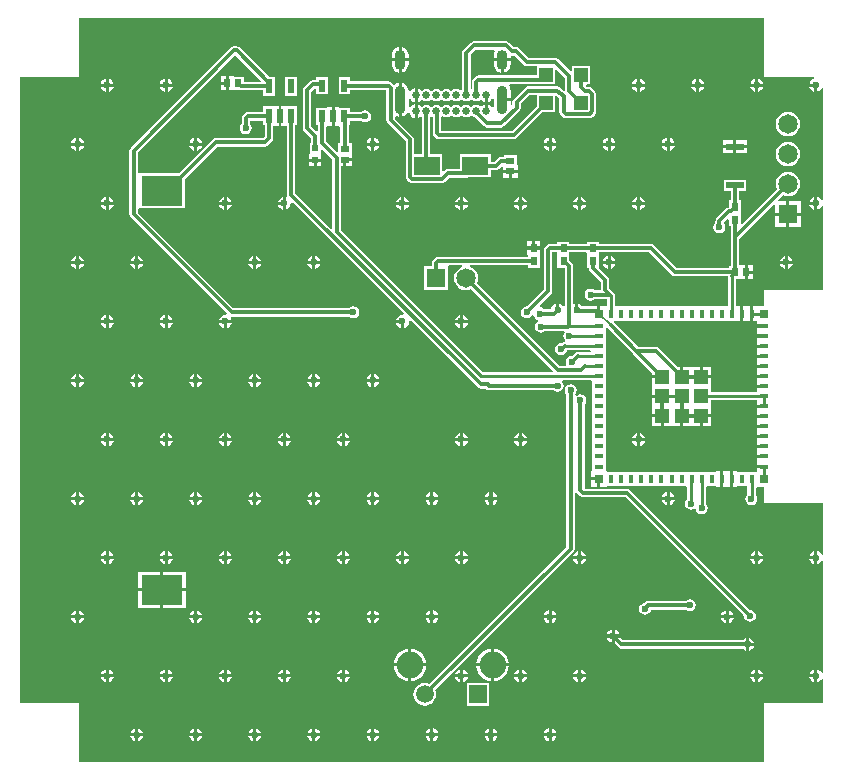
<source format=gtl>
G04*
G04 #@! TF.GenerationSoftware,Altium Limited,Altium Designer,20.0.13 (296)*
G04*
G04 Layer_Physical_Order=1*
G04 Layer_Color=255*
%FSTAX42Y42*%
%MOMM*%
G71*
G01*
G75*
%ADD11C,0.20*%
%ADD13R,0.60X1.20*%
%ADD14R,0.55X1.05*%
%ADD15R,0.40X0.80*%
%ADD16R,0.80X0.40*%
%ADD17R,1.20X1.20*%
%ADD18R,0.80X0.80*%
%ADD19R,1.50X0.55*%
%ADD20R,3.50X2.60*%
%ADD21R,2.20X1.55*%
%ADD22R,0.60X0.70*%
%ADD23R,0.50X0.48*%
%ADD24R,0.72X0.60*%
%ADD25R,0.60X0.72*%
%ADD26R,1.15X1.15*%
%ADD53C,0.30*%
%ADD54C,0.28*%
%ADD55R,1.65X1.65*%
%ADD56C,1.65*%
%ADD57C,0.65*%
%ADD58O,0.90X1.70*%
%ADD59O,0.90X2.40*%
%ADD60C,1.64*%
%ADD61R,1.64X1.64*%
%ADD62C,2.25*%
%ADD63C,1.50*%
%ADD64R,1.50X1.50*%
%ADD65C,0.60*%
G36*
X012314Y014066D02*
X012733D01*
X012734Y014053D01*
X012728Y014052D01*
X01271Y01404D01*
X012698Y014022D01*
X012696Y014013D01*
X01275D01*
Y014D01*
X012763D01*
Y013946D01*
X012772Y013948D01*
X01279Y01396D01*
X012801Y013976D01*
X01281Y013975D01*
X012813Y013974D01*
Y013026D01*
X01281Y013025D01*
X012801Y013024D01*
X01279Y01304D01*
X012772Y013052D01*
X012763Y013054D01*
Y013D01*
Y012946D01*
X012772Y012948D01*
X01279Y01296D01*
X012801Y012976D01*
X01281Y012975D01*
X012813Y012974D01*
Y012266D01*
X012314D01*
Y012132D01*
X012221D01*
Y012066D01*
Y012001D01*
X012248D01*
Y011974D01*
X012313D01*
Y011948D01*
X012248D01*
Y011916D01*
Y011889D01*
X012313D01*
Y011863D01*
X012248D01*
Y011831D01*
Y011804D01*
X012313D01*
Y011778D01*
X012248D01*
Y011746D01*
Y011719D01*
X012313D01*
Y011693D01*
X012248D01*
Y011661D01*
Y011634D01*
X012313D01*
Y011608D01*
X012248D01*
Y011576D01*
Y011549D01*
X012313D01*
Y011523D01*
X012248D01*
Y011491D01*
Y011464D01*
X012313D01*
Y011438D01*
X012248D01*
Y011401D01*
X011864D01*
Y011446D01*
Y011518D01*
X011778D01*
Y011531D01*
X011766D01*
Y011617D01*
X011626D01*
Y011531D01*
X011601D01*
Y011617D01*
X011579D01*
X011421Y011774D01*
X01141Y011782D01*
X011396Y011784D01*
X011246D01*
X011039Y011991D01*
X011036Y011993D01*
X011039Y012006D01*
X011058Y012006D01*
X011071Y012006D01*
X011136D01*
X011143Y012006D01*
X011156Y012006D01*
X011221D01*
X011229Y012006D01*
X011241Y012006D01*
X011306D01*
X011314Y012006D01*
X011326Y012006D01*
X011391D01*
X011398Y012006D01*
X011411Y012006D01*
X011476D01*
X011484Y012006D01*
X011496Y012006D01*
X011561D01*
X011569Y012006D01*
X011581Y012006D01*
X011646D01*
X011654Y012006D01*
X011666Y012006D01*
X011731D01*
X011738Y012006D01*
X011751Y012006D01*
X011816D01*
X011824Y012006D01*
X011836Y012006D01*
X011901D01*
X011908Y012006D01*
X011921Y012006D01*
X011986D01*
X011993Y012006D01*
X012006Y012006D01*
X012078D01*
Y012001D01*
X012111D01*
Y012066D01*
Y012132D01*
X012078D01*
X012073Y012142D01*
Y01236D01*
X012104D01*
Y012355D01*
X012147D01*
Y012416D01*
Y012478D01*
X012104D01*
X012103Y01249D01*
Y012701D01*
X012394Y012992D01*
X012406Y012987D01*
Y012921D01*
X012501D01*
Y013016D01*
X012434D01*
X01243Y013028D01*
X012471Y013069D01*
X012487Y013062D01*
X012513Y013059D01*
X01254Y013062D01*
X012565Y013073D01*
X012587Y013089D01*
X012603Y01311D01*
X012613Y013135D01*
X012617Y013162D01*
X012613Y013189D01*
X012603Y013214D01*
X012587Y013235D01*
X012565Y013252D01*
X01254Y013262D01*
X012513Y013265D01*
X012487Y013262D01*
X012462Y013252D01*
X01244Y013235D01*
X012424Y013214D01*
X012414Y013189D01*
X01241Y013162D01*
X012414Y013135D01*
X01242Y013119D01*
X012125Y012824D01*
X012114Y012829D01*
Y012916D01*
Y013026D01*
X012099D01*
Y013106D01*
X012159D01*
Y013201D01*
X011969D01*
Y013106D01*
X012028D01*
Y013026D01*
X012014D01*
Y012967D01*
X012012Y012965D01*
X012005Y012964D01*
X011994Y012956D01*
X011908Y012871D01*
X011901Y012859D01*
X011898Y012846D01*
Y012832D01*
X011897Y012832D01*
X011886Y012816D01*
X011883Y012796D01*
X011886Y012777D01*
X011897Y01276D01*
X011914Y012749D01*
X011933Y012745D01*
X011953Y012749D01*
X01197Y01276D01*
X011981Y012777D01*
X011984Y012796D01*
X011981Y012816D01*
X01197Y012832D01*
X012002Y012863D01*
X012014Y012859D01*
Y012806D01*
X01203D01*
Y012472D01*
X012018D01*
Y012452D01*
X01157D01*
X011376Y012646D01*
X011365Y012654D01*
X011351Y012657D01*
X010913D01*
Y012676D01*
X010813D01*
Y012657D01*
X010663D01*
Y012676D01*
X010563D01*
Y012657D01*
X010501D01*
X010487Y012654D01*
X010476Y012646D01*
X010458Y012629D01*
X010451Y012617D01*
X010448Y012604D01*
Y012271D01*
X010304Y012127D01*
X010304Y012127D01*
X010284Y012123D01*
X010267Y012112D01*
X010256Y012096D01*
X010253Y012076D01*
X010256Y012057D01*
X010267Y01204D01*
X010284Y012029D01*
X010304Y012025D01*
X010323Y012029D01*
X01034Y01204D01*
X010347Y012051D01*
X010361Y012049D01*
X010361Y012044D01*
X010374Y012026D01*
X010392Y012014D01*
X010396Y012013D01*
X010399Y012D01*
X010387Y011992D01*
X010376Y011976D01*
X010373Y011956D01*
X010376Y011937D01*
X010387Y01192D01*
X010404Y011909D01*
X010424Y011905D01*
X010443Y011909D01*
X01046Y01192D01*
X01046Y01192D01*
X010619D01*
X010624Y011908D01*
X010616Y011896D01*
X010613Y011876D01*
X010616Y011857D01*
X010627Y01184D01*
X010629Y011839D01*
X010627Y011832D01*
X010625Y011826D01*
X010613Y011824D01*
X010601Y011816D01*
X010601Y011816D01*
X010593Y011817D01*
X010574Y011813D01*
X010557Y011802D01*
X010546Y011786D01*
X010543Y011766D01*
X010546Y011747D01*
X010557Y01173D01*
X010574Y011719D01*
X010593Y011715D01*
X010613Y011719D01*
X01063Y01173D01*
X010641Y011747D01*
X010643Y011756D01*
X010839D01*
X010843Y011749D01*
X010839Y011741D01*
X010745D01*
X01074Y011742D01*
X010726Y011739D01*
X010714Y011731D01*
X010689Y011706D01*
X010683Y011707D01*
X010664Y011703D01*
X010647Y011692D01*
X010636Y011676D01*
X010633Y011656D01*
X010636Y011637D01*
X010639Y011633D01*
X010633Y011622D01*
X010585D01*
X009883Y012324D01*
X00989Y01234D01*
X009893Y012366D01*
X00989Y012393D01*
X009879Y012417D01*
X009863Y012439D01*
X009842Y012455D01*
X009823Y012463D01*
X009826Y012475D01*
X010314D01*
Y012456D01*
X010414D01*
Y012561D01*
X010419D01*
Y012608D01*
X010364D01*
X010308D01*
Y012561D01*
X010314D01*
Y012547D01*
X009554D01*
X00954Y012544D01*
X009529Y012536D01*
X009511Y012519D01*
X009504Y012507D01*
X009501Y012494D01*
Y012468D01*
X009435D01*
Y012264D01*
X009638D01*
Y012468D01*
X009648Y012475D01*
X009755D01*
X009758Y012463D01*
X009739Y012455D01*
X009718Y012439D01*
X009702Y012417D01*
X009691Y012393D01*
X009688Y012366D01*
X009691Y01234D01*
X009702Y012315D01*
X009718Y012294D01*
X009739Y012277D01*
X009764Y012267D01*
X009791Y012263D01*
X009817Y012267D01*
X009833Y012273D01*
X010524Y011582D01*
X010519Y011571D01*
X009929D01*
X008728Y012772D01*
Y013315D01*
X008751D01*
Y01337D01*
X008764D01*
Y013383D01*
X008825D01*
Y013426D01*
X008819D01*
Y013512D01*
X008797D01*
Y013664D01*
X008806D01*
Y0137D01*
X008897D01*
X008897Y0137D01*
X008914Y013689D01*
X008933Y013685D01*
X008953Y013689D01*
X00897Y0137D01*
X008981Y013717D01*
X008984Y013736D01*
X008981Y013756D01*
X00897Y013772D01*
X008953Y013783D01*
X008933Y013787D01*
X008914Y013783D01*
X008897Y013772D01*
X008897Y013772D01*
X008806D01*
Y013809D01*
X008716D01*
Y013814D01*
X008676D01*
Y013736D01*
Y013658D01*
X008716D01*
X008725Y013649D01*
Y013512D01*
X008707D01*
Y01344D01*
X008695Y013435D01*
X008604Y013525D01*
Y013648D01*
X008611Y013658D01*
X008651D01*
Y013736D01*
Y013814D01*
X008611D01*
Y013809D01*
X008521D01*
Y013664D01*
X008533D01*
Y013614D01*
X008521Y013609D01*
X008479Y013651D01*
Y013941D01*
X008508Y01397D01*
X008521D01*
Y013924D01*
X008616D01*
Y014069D01*
X008521D01*
Y014042D01*
X008493D01*
X00848Y014039D01*
X008468Y014031D01*
X008418Y013981D01*
X008411Y01397D01*
X008408Y013956D01*
Y013636D01*
X008411Y013622D01*
X008418Y013611D01*
X008478Y013551D01*
Y013511D01*
X008469D01*
X008469Y013424D01*
X008463Y013414D01*
X008463Y013413D01*
Y013378D01*
X008564D01*
Y013413D01*
X008564Y013414D01*
X008559Y013424D01*
X008559Y013427D01*
Y013454D01*
X00857Y013458D01*
X008657Y013372D01*
Y012789D01*
X008645Y012784D01*
X008344Y013085D01*
Y013661D01*
X008358D01*
Y013821D01*
X008269D01*
Y013826D01*
X008226D01*
Y013741D01*
Y013656D01*
X008269D01*
X008273Y013645D01*
Y01307D01*
X008274Y013065D01*
X008263Y013054D01*
X008263Y013054D01*
Y013D01*
Y012946D01*
X008272Y012948D01*
X00829Y01296D01*
X008302Y012978D01*
X008306Y013D01*
X008305Y013005D01*
X008317Y013011D01*
X009261Y012067D01*
X009255Y012055D01*
X00925Y012056D01*
X009228Y012052D01*
X00921Y01204D01*
X009198Y012022D01*
X009196Y012013D01*
X00925D01*
Y012D01*
X009263D01*
Y011946D01*
X009272Y011948D01*
X00929Y01196D01*
X009302Y011978D01*
X009306Y012D01*
X009305Y012005D01*
X009317Y012011D01*
X009888Y011441D01*
X009899Y011433D01*
X009913Y01143D01*
X009959D01*
X00997Y011423D01*
X009983Y01142D01*
X010527D01*
X010527Y01142D01*
X010544Y011409D01*
X010564Y011405D01*
X010583Y011409D01*
X0106Y01142D01*
X010611Y011437D01*
X010614Y011456D01*
X010611Y011476D01*
X010602Y011489D01*
X010607Y011501D01*
X010848D01*
X010854Y011491D01*
X010854Y011483D01*
Y011419D01*
X010854Y011411D01*
X010854Y011398D01*
Y011334D01*
X010854Y011326D01*
X010854Y011313D01*
Y011249D01*
X010854Y011241D01*
X010854Y011228D01*
Y011164D01*
X010854Y011156D01*
X010854Y011143D01*
Y011079D01*
X010854Y011071D01*
X010854Y011058D01*
Y010994D01*
X010854Y010986D01*
X010854Y010973D01*
Y010909D01*
X010854Y010901D01*
X010854Y010888D01*
Y010824D01*
X010854Y010816D01*
X010854Y010803D01*
Y010732D01*
X010848D01*
Y010679D01*
X010914D01*
Y010666D01*
X010926D01*
Y010601D01*
X010979D01*
Y010606D01*
X011051D01*
X011058Y010606D01*
X011071Y010606D01*
X011136D01*
X011143Y010606D01*
X011156Y010606D01*
X011221D01*
X011229Y010606D01*
X011241Y010606D01*
X011306D01*
X011314Y010606D01*
X011326Y010606D01*
X011391D01*
X011398Y010606D01*
X011411Y010606D01*
X011476D01*
X011484Y010606D01*
X011496Y010606D01*
X011561D01*
X011569Y010606D01*
X011581Y010606D01*
X011646D01*
X011654Y010606D01*
X011661Y010597D01*
Y010495D01*
X011657Y010492D01*
X011646Y010476D01*
X011643Y010456D01*
X011646Y010437D01*
X011657Y01042D01*
X011674Y010409D01*
X011693Y010405D01*
X011713Y010409D01*
X01172Y010414D01*
X011734Y010408D01*
X011736Y010397D01*
X011747Y01038D01*
X011764Y010369D01*
X011783Y010365D01*
X011803Y010369D01*
X01182Y01038D01*
X011831Y010397D01*
X011834Y010416D01*
X011831Y010436D01*
X01182Y010452D01*
X011818Y010453D01*
Y010536D01*
X011818Y010536D01*
Y0106D01*
X011829Y010606D01*
X011836Y010606D01*
X011908D01*
Y010601D01*
X011941D01*
Y010666D01*
Y010732D01*
X011908D01*
Y010726D01*
X011836D01*
X011829Y010726D01*
X011816Y010726D01*
X011744D01*
Y010726D01*
X011738D01*
Y010726D01*
X011666D01*
X011658Y010726D01*
X011646Y010726D01*
X011581D01*
X011574Y010726D01*
X011561Y010726D01*
X011496D01*
X011489Y010726D01*
X011476Y010726D01*
X011411D01*
X011404Y010726D01*
X011391Y010726D01*
X011326D01*
X011318Y010726D01*
X011306Y010726D01*
X011241D01*
X011234Y010726D01*
X011221Y010726D01*
X011156D01*
X011149Y010726D01*
X011136Y010726D01*
X011071D01*
X011063Y010726D01*
X011051Y010726D01*
X010984D01*
X010979Y010731D01*
Y010732D01*
X010979D01*
X010974Y010742D01*
Y010803D01*
X010974Y010811D01*
X010974Y010824D01*
Y010888D01*
X010974Y010896D01*
X010974Y010909D01*
Y010973D01*
X010974Y010981D01*
X010974Y010994D01*
Y011058D01*
X010974Y011066D01*
X010974Y011079D01*
Y011143D01*
X010974Y011151D01*
X010974Y011164D01*
Y011228D01*
X010974Y011236D01*
X010974Y011249D01*
Y011313D01*
X010974Y011321D01*
X010974Y011334D01*
Y011398D01*
X010974Y011406D01*
X010974Y011419D01*
Y011483D01*
X010974Y011491D01*
X010974Y011504D01*
Y011576D01*
X010974D01*
Y011581D01*
X010974D01*
Y011661D01*
X010974D01*
Y011666D01*
X010974D01*
Y011738D01*
X010974Y011746D01*
X010974Y011759D01*
Y011831D01*
X010974D01*
Y011836D01*
X010974D01*
Y011916D01*
X010974D01*
Y011921D01*
X010974D01*
Y01194D01*
X010986Y011944D01*
X010988Y011941D01*
X010988Y011941D01*
X011206Y011723D01*
X011363Y011566D01*
Y011544D01*
X011449D01*
Y011518D01*
X011363D01*
Y011446D01*
Y011379D01*
X011449D01*
Y011353D01*
X011363D01*
Y011281D01*
Y011214D01*
X011449D01*
Y011201D01*
X011461D01*
Y011116D01*
X011601D01*
Y011201D01*
X011626D01*
Y011116D01*
X011766D01*
Y011201D01*
X011778D01*
Y011214D01*
X011864D01*
Y011281D01*
Y011331D01*
X012248D01*
Y011294D01*
X012313D01*
Y011268D01*
X012248D01*
Y011236D01*
Y011209D01*
X012313D01*
Y011183D01*
X012248D01*
Y011151D01*
Y011124D01*
X012313D01*
Y011098D01*
X012248D01*
Y011066D01*
Y011039D01*
X012313D01*
Y011013D01*
X012248D01*
Y010981D01*
Y010954D01*
X012313D01*
Y010928D01*
X012248D01*
Y010896D01*
Y010869D01*
X012313D01*
Y010843D01*
X012248D01*
Y010811D01*
Y010784D01*
X012313D01*
Y010758D01*
X012248D01*
Y010726D01*
X012176D01*
X012168Y010726D01*
X012156Y010726D01*
X012084D01*
Y010732D01*
X012051D01*
Y010666D01*
Y010601D01*
X012084D01*
Y010606D01*
X012156D01*
X012164Y010606D01*
X012171Y010597D01*
Y010535D01*
X012167Y010532D01*
X012156Y010516D01*
X012153Y010496D01*
X012156Y010477D01*
X012167Y01046D01*
X012184Y010449D01*
X012204Y010445D01*
X012223Y010449D01*
X01224Y01046D01*
X012251Y010477D01*
X012254Y010496D01*
X012251Y010516D01*
X012241Y01053D01*
Y010591D01*
X012248Y010601D01*
X012314D01*
Y010466D01*
X012813D01*
Y010026D01*
X01281Y010025D01*
X012801Y010024D01*
X01279Y01004D01*
X012772Y010052D01*
X012763Y010054D01*
Y01D01*
Y009946D01*
X012772Y009948D01*
X01279Y00996D01*
X012801Y009976D01*
X01281Y009975D01*
X012813Y009974D01*
Y009026D01*
X01281Y009025D01*
X012801Y009024D01*
X01279Y00904D01*
X012772Y009052D01*
X012763Y009054D01*
Y009D01*
Y008946D01*
X012772Y008948D01*
X01279Y00896D01*
X012801Y008976D01*
X01281Y008975D01*
X012813Y008974D01*
Y008766D01*
X012314D01*
Y008266D01*
X006514D01*
Y008766D01*
X006013D01*
Y014066D01*
X006514D01*
Y014566D01*
X012314D01*
Y014066D01*
D02*
G37*
G36*
X010813Y012576D02*
X010813Y012566D01*
X010813Y012566D01*
Y012456D01*
X010828D01*
Y012451D01*
X010831Y012437D01*
X010838Y012426D01*
X010928Y012336D01*
Y012266D01*
X010924Y012262D01*
X01088D01*
X01088Y012262D01*
X010863Y012273D01*
X010843Y012277D01*
X010824Y012273D01*
X010807Y012262D01*
X010796Y012246D01*
X010793Y012226D01*
X010796Y012207D01*
X010807Y01219D01*
X010824Y012179D01*
X010843Y012175D01*
X010863Y012179D01*
X01088Y01219D01*
X01088Y01219D01*
X010984D01*
Y012142D01*
X010979Y012132D01*
X010926D01*
Y012066D01*
X010901D01*
Y012132D01*
X010848D01*
Y012126D01*
X01077D01*
X010763Y012136D01*
X010745Y012148D01*
X010736Y01215D01*
Y012096D01*
X010711D01*
Y01215D01*
X010707Y012149D01*
X010694Y012157D01*
Y012466D01*
X010691Y01248D01*
X010684Y012491D01*
X010663Y012512D01*
Y012553D01*
X010663Y012566D01*
X010663D01*
Y012566D01*
X010663D01*
Y012585D01*
X010805D01*
X010813Y012576D01*
D02*
G37*
G36*
X01153Y012391D02*
X011542Y012384D01*
X011556Y012381D01*
X012004D01*
X012004Y01238D01*
Y012132D01*
X011993Y012126D01*
X011986Y012126D01*
X011921D01*
X011913Y012126D01*
X011901Y012126D01*
X011836D01*
X011829Y012126D01*
X011816Y012126D01*
X011751D01*
X011744Y012126D01*
X011731Y012126D01*
X011666D01*
X011658Y012126D01*
X011646Y012126D01*
X011581D01*
X011574Y012126D01*
X011561Y012126D01*
X011496D01*
X011489Y012126D01*
X011476Y012126D01*
X011411D01*
X011404Y012126D01*
X011391Y012126D01*
X011326D01*
X011318Y012126D01*
X011306Y012126D01*
X011241D01*
X011234Y012126D01*
X011221Y012126D01*
X011156D01*
X011149Y012126D01*
X011136Y012126D01*
X011071D01*
X011063Y012126D01*
X011053Y012132D01*
Y012206D01*
X011054Y012211D01*
X011051Y012225D01*
X011044Y012236D01*
X010999Y012281D01*
Y012351D01*
X010996Y012365D01*
X010989Y012376D01*
X010919Y012446D01*
X010913Y012456D01*
X010913D01*
X010913Y012456D01*
Y012553D01*
X010913Y012566D01*
X010913D01*
Y012566D01*
X010913D01*
Y012585D01*
X011336D01*
X01153Y012391D01*
D02*
G37*
G36*
X010563Y012576D02*
X010563Y012566D01*
X010563Y012566D01*
Y012456D01*
X010618D01*
X010623Y012451D01*
Y01213D01*
X01061Y012126D01*
X010603Y012136D01*
X010585Y012148D01*
X010576Y01215D01*
Y012096D01*
X010551D01*
Y01215D01*
X010542Y012148D01*
X010524Y012136D01*
X010511Y012118D01*
X010508Y012102D01*
X010456D01*
X010453Y012106D01*
X010435Y012118D01*
X010418Y012122D01*
X010412Y012134D01*
X010509Y012231D01*
X010516Y012242D01*
X010519Y012256D01*
Y012585D01*
X010555D01*
X010563Y012576D01*
D02*
G37*
%LPC*%
G36*
X009244Y014325D02*
Y014229D01*
X009302D01*
Y014256D01*
X0093Y014274D01*
X009292Y014292D01*
X009281Y014306D01*
X009267Y014318D01*
X009249Y014325D01*
X009244Y014325D01*
D02*
G37*
G36*
X009218D02*
X009213Y014325D01*
X009195Y014318D01*
X009181Y014306D01*
X00917Y014292D01*
X009162Y014274D01*
X00916Y014256D01*
Y014229D01*
X009218D01*
Y014325D01*
D02*
G37*
G36*
X009302Y014203D02*
X009244D01*
Y014107D01*
X009249Y014108D01*
X009267Y014115D01*
X009281Y014126D01*
X009292Y014141D01*
X0093Y014158D01*
X009302Y014176D01*
Y014203D01*
D02*
G37*
G36*
X009218D02*
X00916D01*
Y014176D01*
X009162Y014158D01*
X00917Y014141D01*
X009181Y014126D01*
X009195Y014115D01*
X009213Y014108D01*
X009218Y014107D01*
Y014203D01*
D02*
G37*
G36*
X007755Y014077D02*
X007712D01*
Y014029D01*
X007755D01*
Y014077D01*
D02*
G37*
G36*
X007846Y014329D02*
X007821D01*
X007807Y014327D01*
X007796Y014319D01*
X006948Y013471D01*
X006941Y01346D01*
X006938Y013446D01*
Y012906D01*
X006941Y012892D01*
X006948Y012881D01*
X007762Y012067D01*
X007756Y012055D01*
X00775Y012056D01*
X007728Y012052D01*
X00771Y01204D01*
X007698Y012022D01*
X007696Y012013D01*
X007804D01*
X007802Y012022D01*
X007797Y012029D01*
X007802Y012037D01*
X007805Y01204D01*
X008797D01*
X008797Y01204D01*
X008814Y012029D01*
X008833Y012025D01*
X008853Y012029D01*
X00887Y01204D01*
X008881Y012057D01*
X008884Y012076D01*
X008881Y012096D01*
X00887Y012112D01*
X008853Y012123D01*
X008833Y012127D01*
X008814Y012123D01*
X008797Y012112D01*
X008797Y012112D01*
X007818D01*
X007009Y012921D01*
Y012948D01*
X007019Y012956D01*
X007022Y012956D01*
X007409D01*
Y013206D01*
X007683Y01348D01*
X008086D01*
X0081Y013483D01*
X008111Y013491D01*
X008144Y013523D01*
X008151Y013535D01*
X008154Y013549D01*
Y013645D01*
X008158Y013656D01*
X008201D01*
Y013741D01*
Y013826D01*
X008158D01*
Y013821D01*
X008068D01*
Y013772D01*
X007941D01*
X007927Y013769D01*
X007916Y013761D01*
X007898Y013744D01*
X007891Y013732D01*
X007888Y013719D01*
Y013672D01*
X007887Y013672D01*
X007876Y013656D01*
X007873Y013636D01*
X007876Y013617D01*
X007887Y0136D01*
X007904Y013589D01*
X007924Y013585D01*
X007943Y013589D01*
X00796Y0136D01*
X007971Y013617D01*
X007974Y013636D01*
X007971Y013656D01*
X00796Y013672D01*
X007959Y013672D01*
Y0137D01*
X008068D01*
Y013661D01*
X008083D01*
Y013563D01*
X008071Y013552D01*
X007669D01*
X007655Y013549D01*
X007643Y013541D01*
X007358Y013256D01*
X007022D01*
X007019Y013256D01*
X007009Y013264D01*
Y013431D01*
X007834Y014256D01*
X008051Y014039D01*
X008046Y014027D01*
X00791D01*
Y014072D01*
X007823D01*
Y014077D01*
X00778D01*
Y014016D01*
Y013955D01*
X007823D01*
Y01396D01*
X007866D01*
X007869Y013958D01*
X007883Y013955D01*
X008068D01*
Y013911D01*
X008168D01*
Y014071D01*
X008119D01*
X007871Y014319D01*
X00786Y014327D01*
X007846Y014329D01*
D02*
G37*
G36*
X012263Y014054D02*
Y014013D01*
X012304D01*
X012302Y014022D01*
X01229Y01404D01*
X012272Y014052D01*
X012263Y014054D01*
D02*
G37*
G36*
X012237D02*
X012228Y014052D01*
X01221Y01404D01*
X012198Y014022D01*
X012196Y014013D01*
X012237D01*
Y014054D01*
D02*
G37*
G36*
X011763D02*
Y014013D01*
X011804D01*
X011802Y014022D01*
X01179Y01404D01*
X011772Y014052D01*
X011763Y014054D01*
D02*
G37*
G36*
X011737D02*
X011728Y014052D01*
X01171Y01404D01*
X011698Y014022D01*
X011696Y014013D01*
X011737D01*
Y014054D01*
D02*
G37*
G36*
X011263D02*
Y014013D01*
X011304D01*
X011302Y014022D01*
X01129Y01404D01*
X011272Y014052D01*
X011263Y014054D01*
D02*
G37*
G36*
X011237D02*
X011228Y014052D01*
X01121Y01404D01*
X011198Y014022D01*
X011196Y014013D01*
X011237D01*
Y014054D01*
D02*
G37*
G36*
X007263D02*
Y014013D01*
X007304D01*
X007302Y014022D01*
X00729Y01404D01*
X007272Y014052D01*
X007263Y014054D01*
D02*
G37*
G36*
X007237D02*
X007228Y014052D01*
X00721Y01404D01*
X007198Y014022D01*
X007196Y014013D01*
X007237D01*
Y014054D01*
D02*
G37*
G36*
X006763D02*
Y014013D01*
X006804D01*
X006802Y014022D01*
X00679Y01404D01*
X006772Y014052D01*
X006763Y014054D01*
D02*
G37*
G36*
X006737D02*
X006728Y014052D01*
X00671Y01404D01*
X006698Y014022D01*
X006696Y014013D01*
X006737D01*
Y014054D01*
D02*
G37*
G36*
X010129Y014372D02*
X009854D01*
X00984Y014369D01*
X009828Y014361D01*
X009766Y014299D01*
X009758Y014287D01*
X009755Y014274D01*
Y013962D01*
X009744Y013955D01*
X00974Y013956D01*
X009726Y013965D01*
X009706Y013969D01*
X009686Y013965D01*
X009672Y013956D01*
X009664Y013954D01*
X009655Y013956D01*
X009641Y013965D01*
X009621Y013969D01*
X009601Y013965D01*
X009583Y013953D01*
X009574D01*
X009556Y013965D01*
X009536Y013969D01*
X009516Y013965D01*
X009498Y013953D01*
X009489D01*
X009471Y013965D01*
X009451Y013969D01*
X009431Y013965D01*
X009413Y013953D01*
X009408Y013957D01*
X009408Y013957D01*
X009389Y01397D01*
X009379Y013972D01*
Y013915D01*
Y013859D01*
X009389Y013861D01*
X009408Y013873D01*
X009408Y013874D01*
X009413Y013877D01*
X009431Y013866D01*
X009451Y013862D01*
X009471Y013866D01*
X009489Y013877D01*
X009498D01*
X009516Y013866D01*
X009536Y013862D01*
X009556Y013866D01*
X009574Y013877D01*
X009583D01*
X009601Y013866D01*
X009621Y013862D01*
X009641Y013866D01*
X009655Y013874D01*
X009664Y013876D01*
X009672Y013874D01*
X009686Y013866D01*
X009706Y013862D01*
X009726Y013866D01*
X00974Y013874D01*
X009749Y013876D01*
X009757Y013874D01*
X009771Y013866D01*
X009791Y013862D01*
X009811Y013866D01*
X009825Y013874D01*
X009834Y013876D01*
X009842Y013874D01*
X009856Y013866D01*
X009876Y013862D01*
X009896Y013866D01*
X009914Y013877D01*
X009919Y013874D01*
X009919Y013873D01*
X009938Y013861D01*
X009948Y013859D01*
Y013915D01*
X009974D01*
Y013859D01*
X009984Y013861D01*
X010003Y013873D01*
X010012Y013888D01*
X010025Y013884D01*
Y013811D01*
X010012Y013808D01*
X010003Y013822D01*
X009984Y013835D01*
X009974Y013837D01*
Y01378D01*
X009948D01*
Y013837D01*
X009938Y013835D01*
X009919Y013822D01*
X009919Y013822D01*
X009914Y013818D01*
X009896Y01383D01*
X009876Y013834D01*
X009856Y01383D01*
X009842Y013821D01*
X009834Y013819D01*
X009825Y013821D01*
X009811Y01383D01*
X009791Y013834D01*
X009771Y01383D01*
X009757Y013821D01*
X009749Y013819D01*
X00974Y013821D01*
X009726Y01383D01*
X009706Y013834D01*
X009686Y01383D01*
X009672Y013821D01*
X009664Y013819D01*
X009655Y013821D01*
X009641Y01383D01*
X009621Y013834D01*
X009601Y01383D01*
X009583Y013818D01*
X009574D01*
X009556Y01383D01*
X009536Y013834D01*
X009516Y01383D01*
X009498Y013818D01*
X009489D01*
X009471Y01383D01*
X009451Y013834D01*
X009431Y01383D01*
X009413Y013818D01*
X009408Y013822D01*
X009408Y013822D01*
X009389Y013835D01*
X009379Y013837D01*
Y01378D01*
Y013724D01*
X009389Y013726D01*
X009403Y013735D01*
X009415Y013729D01*
Y013414D01*
X009349D01*
Y01354D01*
X009346Y013554D01*
X009339Y013565D01*
X009187Y013717D01*
Y013734D01*
X009199Y01374D01*
X009213Y013735D01*
X009218Y013734D01*
Y013878D01*
Y014022D01*
X009213Y014022D01*
X009195Y014015D01*
X009188Y014009D01*
X009178Y014005D01*
X00917Y01401D01*
X009159Y014021D01*
X009147Y014029D01*
X009133Y014032D01*
X008806D01*
Y014069D01*
X008711D01*
Y013924D01*
X008806D01*
Y01396D01*
X009115D01*
Y013702D01*
X009118Y013689D01*
X009126Y013677D01*
X009278Y013525D01*
Y013224D01*
X009281Y01321D01*
X009288Y013199D01*
X009309Y013178D01*
X00932Y013171D01*
X009334Y013168D01*
X009583D01*
X009597Y013171D01*
X009608Y013178D01*
X009648Y013218D01*
X009806D01*
X009809Y013219D01*
X009998D01*
Y01328D01*
X01004D01*
X010053Y013283D01*
X010065Y013291D01*
X010089Y013315D01*
X010102Y01331D01*
Y013283D01*
X010164D01*
X010225D01*
Y013326D01*
X010219D01*
Y013412D01*
X010107D01*
Y013395D01*
X010082D01*
X010069Y013392D01*
X010057Y013384D01*
X010025Y013352D01*
X009998D01*
Y013414D01*
X009738D01*
Y013289D01*
X009633D01*
X009619Y013287D01*
X009608Y013279D01*
X0096Y013271D01*
X009588Y013276D01*
Y013414D01*
X009487D01*
Y013734D01*
X009498Y013739D01*
X009507Y013733D01*
Y013594D01*
X00951Y01358D01*
X009517Y013568D01*
X009535Y013551D01*
X009547Y013543D01*
X00956Y01354D01*
X010191D01*
X010205Y013543D01*
X010216Y013551D01*
X010436Y013771D01*
X010541D01*
Y013908D01*
X010554Y013913D01*
X010578Y013889D01*
Y013774D01*
X010581Y01376D01*
X010588Y013748D01*
X010606Y013731D01*
X010617Y013723D01*
X010631Y01372D01*
X010835D01*
X010849Y013723D01*
X010861Y013731D01*
X010881Y013751D01*
X010889Y013763D01*
X010892Y013777D01*
Y013921D01*
X010889Y013934D01*
X010881Y013946D01*
X010851Y013976D01*
X010839Y013984D01*
X010826Y013987D01*
X010811D01*
X010805Y013993D01*
X01081Y014006D01*
X010841D01*
Y014161D01*
X010686D01*
Y014121D01*
X010674Y014116D01*
X010569Y014221D01*
X010557Y014229D01*
X010543Y014232D01*
X010318D01*
X010239Y014311D01*
X010227Y014319D01*
X010214Y014322D01*
X010194D01*
X010154Y014361D01*
X010143Y014369D01*
X010129Y014372D01*
D02*
G37*
G36*
X007755Y014003D02*
X007712D01*
Y013955D01*
X007755D01*
Y014003D01*
D02*
G37*
G36*
X012737Y013987D02*
X012696D01*
X012698Y013978D01*
X01271Y01396D01*
X012728Y013948D01*
X012737Y013946D01*
Y013987D01*
D02*
G37*
G36*
X012304D02*
X012263D01*
Y013946D01*
X012272Y013948D01*
X01229Y01396D01*
X012302Y013978D01*
X012304Y013987D01*
D02*
G37*
G36*
X012237D02*
X012196D01*
X012198Y013978D01*
X01221Y01396D01*
X012228Y013948D01*
X012237Y013946D01*
Y013987D01*
D02*
G37*
G36*
X011804D02*
X011763D01*
Y013946D01*
X011772Y013948D01*
X01179Y01396D01*
X011802Y013978D01*
X011804Y013987D01*
D02*
G37*
G36*
X011737D02*
X011696D01*
X011698Y013978D01*
X01171Y01396D01*
X011728Y013948D01*
X011737Y013946D01*
Y013987D01*
D02*
G37*
G36*
X011304D02*
X011263D01*
Y013946D01*
X011272Y013948D01*
X01129Y01396D01*
X011302Y013978D01*
X011304Y013987D01*
D02*
G37*
G36*
X011237D02*
X011196D01*
X011198Y013978D01*
X01121Y01396D01*
X011228Y013948D01*
X011237Y013946D01*
Y013987D01*
D02*
G37*
G36*
X007304D02*
X007263D01*
Y013946D01*
X007272Y013948D01*
X00729Y01396D01*
X007302Y013978D01*
X007304Y013987D01*
D02*
G37*
G36*
X007237D02*
X007196D01*
X007198Y013978D01*
X00721Y01396D01*
X007228Y013948D01*
X007237Y013946D01*
Y013987D01*
D02*
G37*
G36*
X006804D02*
X006763D01*
Y013946D01*
X006772Y013948D01*
X00679Y01396D01*
X006802Y013978D01*
X006804Y013987D01*
D02*
G37*
G36*
X006737D02*
X006696D01*
X006698Y013978D01*
X00671Y01396D01*
X006728Y013948D01*
X006737Y013946D01*
Y013987D01*
D02*
G37*
G36*
X008358Y014071D02*
X008258D01*
Y013911D01*
X008358D01*
Y014071D01*
D02*
G37*
G36*
X009244Y014022D02*
Y013878D01*
Y013734D01*
X009249Y013735D01*
X009267Y013742D01*
X009281Y013753D01*
X009292Y013768D01*
X009295Y013774D01*
X009308Y013773D01*
X009311Y013758D01*
X009324Y013738D01*
X009343Y013726D01*
X009353Y013724D01*
Y01378D01*
Y013837D01*
X009343Y013835D01*
X009324Y013822D01*
X009315Y013808D01*
X009302Y013811D01*
Y013884D01*
X009315Y013888D01*
X009324Y013873D01*
X009343Y013861D01*
X009353Y013859D01*
Y013915D01*
Y013972D01*
X009343Y01397D01*
X009324Y013957D01*
X009315Y013943D01*
X009302Y013946D01*
Y013953D01*
X0093Y013971D01*
X009292Y013989D01*
X009281Y014003D01*
X009267Y014015D01*
X009249Y014022D01*
X009244Y014022D01*
D02*
G37*
G36*
X012513Y013773D02*
X012487Y01377D01*
X012462Y01376D01*
X01244Y013743D01*
X012424Y013722D01*
X012414Y013697D01*
X01241Y01367D01*
X012414Y013643D01*
X012424Y013618D01*
X01244Y013597D01*
X012462Y013581D01*
X012487Y01357D01*
X012513Y013567D01*
X01254Y01357D01*
X012565Y013581D01*
X012587Y013597D01*
X012603Y013618D01*
X012613Y013643D01*
X012617Y01367D01*
X012613Y013697D01*
X012603Y013722D01*
X012587Y013743D01*
X012565Y01376D01*
X01254Y01377D01*
X012513Y013773D01*
D02*
G37*
G36*
X011513Y013554D02*
Y013513D01*
X011554D01*
X011552Y013522D01*
X01154Y01354D01*
X011522Y013552D01*
X011513Y013554D01*
D02*
G37*
G36*
X011487D02*
X011478Y013552D01*
X01146Y01354D01*
X011448Y013522D01*
X011446Y013513D01*
X011487D01*
Y013554D01*
D02*
G37*
G36*
X011013D02*
Y013513D01*
X011054D01*
X011052Y013522D01*
X01104Y01354D01*
X011022Y013552D01*
X011013Y013554D01*
D02*
G37*
G36*
X010987D02*
X010978Y013552D01*
X01096Y01354D01*
X010948Y013522D01*
X010946Y013513D01*
X010987D01*
Y013554D01*
D02*
G37*
G36*
X010513D02*
Y013513D01*
X010554D01*
X010552Y013522D01*
X01054Y01354D01*
X010522Y013552D01*
X010513Y013554D01*
D02*
G37*
G36*
X010487D02*
X010478Y013552D01*
X01046Y01354D01*
X010448Y013522D01*
X010446Y013513D01*
X010487D01*
Y013554D01*
D02*
G37*
G36*
X009013D02*
Y013513D01*
X009054D01*
X009052Y013522D01*
X00904Y01354D01*
X009022Y013552D01*
X009013Y013554D01*
D02*
G37*
G36*
X008987D02*
X008978Y013552D01*
X00896Y01354D01*
X008948Y013522D01*
X008946Y013513D01*
X008987D01*
Y013554D01*
D02*
G37*
G36*
X007513D02*
Y013513D01*
X007554D01*
X007552Y013522D01*
X00754Y01354D01*
X007522Y013552D01*
X007513Y013554D01*
D02*
G37*
G36*
X007487D02*
X007478Y013552D01*
X00746Y01354D01*
X007448Y013522D01*
X007446Y013513D01*
X007487D01*
Y013554D01*
D02*
G37*
G36*
X006513D02*
Y013513D01*
X006554D01*
X006552Y013522D01*
X00654Y01354D01*
X006522Y013552D01*
X006513Y013554D01*
D02*
G37*
G36*
X006487D02*
X006478Y013552D01*
X00646Y01354D01*
X006448Y013522D01*
X006446Y013513D01*
X006487D01*
Y013554D01*
D02*
G37*
G36*
X012164Y013532D02*
X012076D01*
Y013491D01*
X012164D01*
Y013532D01*
D02*
G37*
G36*
X012051D02*
X011963D01*
Y013491D01*
X012051D01*
Y013532D01*
D02*
G37*
G36*
X011554Y013487D02*
X011513D01*
Y013446D01*
X011522Y013448D01*
X01154Y01346D01*
X011552Y013478D01*
X011554Y013487D01*
D02*
G37*
G36*
X011487D02*
X011446D01*
X011448Y013478D01*
X01146Y01346D01*
X011478Y013448D01*
X011487Y013446D01*
Y013487D01*
D02*
G37*
G36*
X011054D02*
X011013D01*
Y013446D01*
X011022Y013448D01*
X01104Y01346D01*
X011052Y013478D01*
X011054Y013487D01*
D02*
G37*
G36*
X010987D02*
X010946D01*
X010948Y013478D01*
X01096Y01346D01*
X010978Y013448D01*
X010987Y013446D01*
Y013487D01*
D02*
G37*
G36*
X010554D02*
X010513D01*
Y013446D01*
X010522Y013448D01*
X01054Y01346D01*
X010552Y013478D01*
X010554Y013487D01*
D02*
G37*
G36*
X010487D02*
X010446D01*
X010448Y013478D01*
X01046Y01346D01*
X010478Y013448D01*
X010487Y013446D01*
Y013487D01*
D02*
G37*
G36*
X009054D02*
X009013D01*
Y013446D01*
X009022Y013448D01*
X00904Y01346D01*
X009052Y013478D01*
X009054Y013487D01*
D02*
G37*
G36*
X008987D02*
X008946D01*
X008948Y013478D01*
X00896Y01346D01*
X008978Y013448D01*
X008987Y013446D01*
Y013487D01*
D02*
G37*
G36*
X007554D02*
X007513D01*
Y013446D01*
X007522Y013448D01*
X00754Y01346D01*
X007552Y013478D01*
X007554Y013487D01*
D02*
G37*
G36*
X007487D02*
X007446D01*
X007448Y013478D01*
X00746Y01346D01*
X007478Y013448D01*
X007487Y013446D01*
Y013487D01*
D02*
G37*
G36*
X006554D02*
X006513D01*
Y013446D01*
X006522Y013448D01*
X00654Y01346D01*
X006552Y013478D01*
X006554Y013487D01*
D02*
G37*
G36*
X006487D02*
X006446D01*
X006448Y013478D01*
X00646Y01346D01*
X006478Y013448D01*
X006487Y013446D01*
Y013487D01*
D02*
G37*
G36*
X012164Y013466D02*
X012076D01*
Y013426D01*
X012164D01*
Y013466D01*
D02*
G37*
G36*
X012051D02*
X011963D01*
Y013426D01*
X012051D01*
Y013466D01*
D02*
G37*
G36*
X008564Y013352D02*
X008526D01*
Y013316D01*
X008564D01*
Y013352D01*
D02*
G37*
G36*
X008501D02*
X008463D01*
Y013316D01*
X008501D01*
Y013352D01*
D02*
G37*
G36*
X008825Y013357D02*
X008776D01*
Y013315D01*
X008825D01*
Y013357D01*
D02*
G37*
G36*
X012513Y013519D02*
X012487Y013516D01*
X012462Y013506D01*
X01244Y013489D01*
X012424Y013468D01*
X012414Y013443D01*
X01241Y013416D01*
X012414Y013389D01*
X012424Y013364D01*
X01244Y013343D01*
X012462Y013327D01*
X012487Y013316D01*
X012513Y013313D01*
X01254Y013316D01*
X012565Y013327D01*
X012587Y013343D01*
X012603Y013364D01*
X012613Y013389D01*
X012617Y013416D01*
X012613Y013443D01*
X012603Y013468D01*
X012587Y013489D01*
X012565Y013506D01*
X01254Y013516D01*
X012513Y013519D01*
D02*
G37*
G36*
X010225Y013257D02*
X010176D01*
Y013215D01*
X010225D01*
Y013257D01*
D02*
G37*
G36*
X010151D02*
X010102D01*
Y013215D01*
X010151D01*
Y013257D01*
D02*
G37*
G36*
X012737Y013054D02*
X012728Y013052D01*
X01271Y01304D01*
X012698Y013022D01*
X012696Y013013D01*
X012737D01*
Y013054D01*
D02*
G37*
G36*
X011263D02*
Y013013D01*
X011304D01*
X011302Y013022D01*
X01129Y01304D01*
X011272Y013052D01*
X011263Y013054D01*
D02*
G37*
G36*
X011237D02*
X011228Y013052D01*
X01121Y01304D01*
X011198Y013022D01*
X011196Y013013D01*
X011237D01*
Y013054D01*
D02*
G37*
G36*
X010763D02*
Y013013D01*
X010804D01*
X010802Y013022D01*
X01079Y01304D01*
X010772Y013052D01*
X010763Y013054D01*
D02*
G37*
G36*
X010737D02*
X010728Y013052D01*
X01071Y01304D01*
X010698Y013022D01*
X010696Y013013D01*
X010737D01*
Y013054D01*
D02*
G37*
G36*
X010263D02*
Y013013D01*
X010304D01*
X010302Y013022D01*
X01029Y01304D01*
X010272Y013052D01*
X010263Y013054D01*
D02*
G37*
G36*
X010237D02*
X010228Y013052D01*
X01021Y01304D01*
X010198Y013022D01*
X010196Y013013D01*
X010237D01*
Y013054D01*
D02*
G37*
G36*
X009763D02*
Y013013D01*
X009804D01*
X009802Y013022D01*
X00979Y01304D01*
X009772Y013052D01*
X009763Y013054D01*
D02*
G37*
G36*
X009737D02*
X009728Y013052D01*
X00971Y01304D01*
X009698Y013022D01*
X009696Y013013D01*
X009737D01*
Y013054D01*
D02*
G37*
G36*
X009263D02*
Y013013D01*
X009304D01*
X009302Y013022D01*
X00929Y01304D01*
X009272Y013052D01*
X009263Y013054D01*
D02*
G37*
G36*
X009237D02*
X009228Y013052D01*
X00921Y01304D01*
X009198Y013022D01*
X009196Y013013D01*
X009237D01*
Y013054D01*
D02*
G37*
G36*
X008237D02*
X008228Y013052D01*
X00821Y01304D01*
X008198Y013022D01*
X008196Y013013D01*
X008237D01*
Y013054D01*
D02*
G37*
G36*
X007763D02*
Y013013D01*
X007804D01*
X007802Y013022D01*
X00779Y01304D01*
X007772Y013052D01*
X007763Y013054D01*
D02*
G37*
G36*
X007737D02*
X007728Y013052D01*
X00771Y01304D01*
X007698Y013022D01*
X007696Y013013D01*
X007737D01*
Y013054D01*
D02*
G37*
G36*
X006763D02*
Y013013D01*
X006804D01*
X006802Y013022D01*
X00679Y01304D01*
X006772Y013052D01*
X006763Y013054D01*
D02*
G37*
G36*
X006737D02*
X006728Y013052D01*
X00671Y01304D01*
X006698Y013022D01*
X006696Y013013D01*
X006737D01*
Y013054D01*
D02*
G37*
G36*
X012737Y012987D02*
X012696D01*
X012698Y012978D01*
X01271Y01296D01*
X012728Y012948D01*
X012737Y012946D01*
Y012987D01*
D02*
G37*
G36*
X011304D02*
X011263D01*
Y012946D01*
X011272Y012948D01*
X01129Y01296D01*
X011302Y012978D01*
X011304Y012987D01*
D02*
G37*
G36*
X011237D02*
X011196D01*
X011198Y012978D01*
X01121Y01296D01*
X011228Y012948D01*
X011237Y012946D01*
Y012987D01*
D02*
G37*
G36*
X010804D02*
X010763D01*
Y012946D01*
X010772Y012948D01*
X01079Y01296D01*
X010802Y012978D01*
X010804Y012987D01*
D02*
G37*
G36*
X010737D02*
X010696D01*
X010698Y012978D01*
X01071Y01296D01*
X010728Y012948D01*
X010737Y012946D01*
Y012987D01*
D02*
G37*
G36*
X010304D02*
X010263D01*
Y012946D01*
X010272Y012948D01*
X01029Y01296D01*
X010302Y012978D01*
X010304Y012987D01*
D02*
G37*
G36*
X010237D02*
X010196D01*
X010198Y012978D01*
X01021Y01296D01*
X010228Y012948D01*
X010237Y012946D01*
Y012987D01*
D02*
G37*
G36*
X009804D02*
X009763D01*
Y012946D01*
X009772Y012948D01*
X00979Y01296D01*
X009802Y012978D01*
X009804Y012987D01*
D02*
G37*
G36*
X009737D02*
X009696D01*
X009698Y012978D01*
X00971Y01296D01*
X009728Y012948D01*
X009737Y012946D01*
Y012987D01*
D02*
G37*
G36*
X009304D02*
X009263D01*
Y012946D01*
X009272Y012948D01*
X00929Y01296D01*
X009302Y012978D01*
X009304Y012987D01*
D02*
G37*
G36*
X009237D02*
X009196D01*
X009198Y012978D01*
X00921Y01296D01*
X009228Y012948D01*
X009237Y012946D01*
Y012987D01*
D02*
G37*
G36*
X008237D02*
X008196D01*
X008198Y012978D01*
X00821Y01296D01*
X008228Y012948D01*
X008237Y012946D01*
Y012987D01*
D02*
G37*
G36*
X007804D02*
X007763D01*
Y012946D01*
X007772Y012948D01*
X00779Y01296D01*
X007802Y012978D01*
X007804Y012987D01*
D02*
G37*
G36*
X007737D02*
X007696D01*
X007698Y012978D01*
X00771Y01296D01*
X007728Y012948D01*
X007737Y012946D01*
Y012987D01*
D02*
G37*
G36*
X006804D02*
X006763D01*
Y012946D01*
X006772Y012948D01*
X00679Y01296D01*
X006802Y012978D01*
X006804Y012987D01*
D02*
G37*
G36*
X006737D02*
X006696D01*
X006698Y012978D01*
X00671Y01296D01*
X006728Y012948D01*
X006737Y012946D01*
Y012987D01*
D02*
G37*
G36*
X012621Y013016D02*
X012526D01*
Y012921D01*
X012621D01*
Y013016D01*
D02*
G37*
G36*
Y012895D02*
X012526D01*
Y0128D01*
X012621D01*
Y012895D01*
D02*
G37*
G36*
X012501D02*
X012406D01*
Y0128D01*
X012501D01*
Y012895D01*
D02*
G37*
G36*
X010419Y012682D02*
X010376D01*
Y012634D01*
X010419D01*
Y012682D01*
D02*
G37*
G36*
X010351D02*
X010308D01*
Y012634D01*
X010351D01*
Y012682D01*
D02*
G37*
G36*
X012513Y012554D02*
Y012513D01*
X012554D01*
X012552Y012522D01*
X01254Y01254D01*
X012522Y012552D01*
X012513Y012554D01*
D02*
G37*
G36*
X012487D02*
X012478Y012552D01*
X01246Y01254D01*
X012448Y012522D01*
X012446Y012513D01*
X012487D01*
Y012554D01*
D02*
G37*
G36*
X008513D02*
Y012513D01*
X008554D01*
X008552Y012522D01*
X00854Y01254D01*
X008522Y012552D01*
X008513Y012554D01*
D02*
G37*
G36*
X008487D02*
X008478Y012552D01*
X00846Y01254D01*
X008448Y012522D01*
X008446Y012513D01*
X008487D01*
Y012554D01*
D02*
G37*
G36*
X008013D02*
Y012513D01*
X008054D01*
X008052Y012522D01*
X00804Y01254D01*
X008022Y012552D01*
X008013Y012554D01*
D02*
G37*
G36*
X007987D02*
X007978Y012552D01*
X00796Y01254D01*
X007948Y012522D01*
X007946Y012513D01*
X007987D01*
Y012554D01*
D02*
G37*
G36*
X007013D02*
Y012513D01*
X007054D01*
X007052Y012522D01*
X00704Y01254D01*
X007022Y012552D01*
X007013Y012554D01*
D02*
G37*
G36*
X006987D02*
X006978Y012552D01*
X00696Y01254D01*
X006948Y012522D01*
X006946Y012513D01*
X006987D01*
Y012554D01*
D02*
G37*
G36*
X006513D02*
Y012513D01*
X006554D01*
X006552Y012522D01*
X00654Y01254D01*
X006522Y012552D01*
X006513Y012554D01*
D02*
G37*
G36*
X006487D02*
X006478Y012552D01*
X00646Y01254D01*
X006448Y012522D01*
X006446Y012513D01*
X006487D01*
Y012554D01*
D02*
G37*
G36*
X012554Y012487D02*
X012513D01*
Y012446D01*
X012522Y012448D01*
X01254Y01246D01*
X012552Y012478D01*
X012554Y012487D01*
D02*
G37*
G36*
X012487D02*
X012446D01*
X012448Y012478D01*
X01246Y01246D01*
X012478Y012448D01*
X012487Y012446D01*
Y012487D01*
D02*
G37*
G36*
X008554D02*
X008513D01*
Y012446D01*
X008522Y012448D01*
X00854Y01246D01*
X008552Y012478D01*
X008554Y012487D01*
D02*
G37*
G36*
X008487D02*
X008446D01*
X008448Y012478D01*
X00846Y01246D01*
X008478Y012448D01*
X008487Y012446D01*
Y012487D01*
D02*
G37*
G36*
X008054D02*
X008013D01*
Y012446D01*
X008022Y012448D01*
X00804Y01246D01*
X008052Y012478D01*
X008054Y012487D01*
D02*
G37*
G36*
X007987D02*
X007946D01*
X007948Y012478D01*
X00796Y01246D01*
X007978Y012448D01*
X007987Y012446D01*
Y012487D01*
D02*
G37*
G36*
X007054D02*
X007013D01*
Y012446D01*
X007022Y012448D01*
X00704Y01246D01*
X007052Y012478D01*
X007054Y012487D01*
D02*
G37*
G36*
X006987D02*
X006946D01*
X006948Y012478D01*
X00696Y01246D01*
X006978Y012448D01*
X006987Y012446D01*
Y012487D01*
D02*
G37*
G36*
X006554D02*
X006513D01*
Y012446D01*
X006522Y012448D01*
X00654Y01246D01*
X006552Y012478D01*
X006554Y012487D01*
D02*
G37*
G36*
X006487D02*
X006446D01*
X006448Y012478D01*
X00646Y01246D01*
X006478Y012448D01*
X006487Y012446D01*
Y012487D01*
D02*
G37*
G36*
X012172Y012478D02*
Y012429D01*
X012215D01*
Y012478D01*
X012172D01*
D02*
G37*
G36*
X012215Y012403D02*
X012172D01*
Y012355D01*
X012215D01*
Y012403D01*
D02*
G37*
G36*
X009763Y012054D02*
Y012013D01*
X009804D01*
X009802Y012022D01*
X00979Y01204D01*
X009772Y012052D01*
X009763Y012054D01*
D02*
G37*
G36*
X009737D02*
X009728Y012052D01*
X00971Y01204D01*
X009698Y012022D01*
X009696Y012013D01*
X009737D01*
Y012054D01*
D02*
G37*
G36*
X007263D02*
Y012013D01*
X007304D01*
X007302Y012022D01*
X00729Y01204D01*
X007272Y012052D01*
X007263Y012054D01*
D02*
G37*
G36*
X007237D02*
X007228Y012052D01*
X00721Y01204D01*
X007198Y012022D01*
X007196Y012013D01*
X007237D01*
Y012054D01*
D02*
G37*
G36*
X006763D02*
Y012013D01*
X006804D01*
X006802Y012022D01*
X00679Y01204D01*
X006772Y012052D01*
X006763Y012054D01*
D02*
G37*
G36*
X006737D02*
X006728Y012052D01*
X00671Y01204D01*
X006698Y012022D01*
X006696Y012013D01*
X006737D01*
Y012054D01*
D02*
G37*
G36*
X012136Y012132D02*
Y012066D01*
Y012001D01*
X012196D01*
Y012066D01*
Y012132D01*
X012136D01*
D02*
G37*
G36*
X009804Y011987D02*
X009763D01*
Y011946D01*
X009772Y011948D01*
X00979Y01196D01*
X009802Y011978D01*
X009804Y011987D01*
D02*
G37*
G36*
X009737D02*
X009696D01*
X009698Y011978D01*
X00971Y01196D01*
X009728Y011948D01*
X009737Y011946D01*
Y011987D01*
D02*
G37*
G36*
X009237D02*
X009196D01*
X009198Y011978D01*
X00921Y01196D01*
X009228Y011948D01*
X009237Y011946D01*
Y011987D01*
D02*
G37*
G36*
X007804D02*
X007763D01*
Y011946D01*
X007772Y011948D01*
X00779Y01196D01*
X007802Y011978D01*
X007804Y011987D01*
D02*
G37*
G36*
X007737D02*
X007696D01*
X007698Y011978D01*
X00771Y01196D01*
X007728Y011948D01*
X007737Y011946D01*
Y011987D01*
D02*
G37*
G36*
X007304D02*
X007263D01*
Y011946D01*
X007272Y011948D01*
X00729Y01196D01*
X007302Y011978D01*
X007304Y011987D01*
D02*
G37*
G36*
X007237D02*
X007196D01*
X007198Y011978D01*
X00721Y01196D01*
X007228Y011948D01*
X007237Y011946D01*
Y011987D01*
D02*
G37*
G36*
X006804D02*
X006763D01*
Y011946D01*
X006772Y011948D01*
X00679Y01196D01*
X006802Y011978D01*
X006804Y011987D01*
D02*
G37*
G36*
X006737D02*
X006696D01*
X006698Y011978D01*
X00671Y01196D01*
X006728Y011948D01*
X006737Y011946D01*
Y011987D01*
D02*
G37*
G36*
X011864Y011617D02*
X011791D01*
Y011544D01*
X011864D01*
Y011617D01*
D02*
G37*
G36*
X009013Y011554D02*
Y011513D01*
X009054D01*
X009052Y011522D01*
X00904Y01154D01*
X009022Y011552D01*
X009013Y011554D01*
D02*
G37*
G36*
X008987D02*
X008978Y011552D01*
X00896Y01154D01*
X008948Y011522D01*
X008946Y011513D01*
X008987D01*
Y011554D01*
D02*
G37*
G36*
X008513D02*
Y011513D01*
X008554D01*
X008552Y011522D01*
X00854Y01154D01*
X008522Y011552D01*
X008513Y011554D01*
D02*
G37*
G36*
X008487D02*
X008478Y011552D01*
X00846Y01154D01*
X008448Y011522D01*
X008446Y011513D01*
X008487D01*
Y011554D01*
D02*
G37*
G36*
X008013D02*
Y011513D01*
X008054D01*
X008052Y011522D01*
X00804Y01154D01*
X008022Y011552D01*
X008013Y011554D01*
D02*
G37*
G36*
X007987D02*
X007978Y011552D01*
X00796Y01154D01*
X007948Y011522D01*
X007946Y011513D01*
X007987D01*
Y011554D01*
D02*
G37*
G36*
X007513D02*
Y011513D01*
X007554D01*
X007552Y011522D01*
X00754Y01154D01*
X007522Y011552D01*
X007513Y011554D01*
D02*
G37*
G36*
X007487D02*
X007478Y011552D01*
X00746Y01154D01*
X007448Y011522D01*
X007446Y011513D01*
X007487D01*
Y011554D01*
D02*
G37*
G36*
X007013D02*
Y011513D01*
X007054D01*
X007052Y011522D01*
X00704Y01154D01*
X007022Y011552D01*
X007013Y011554D01*
D02*
G37*
G36*
X006987D02*
X006978Y011552D01*
X00696Y01154D01*
X006948Y011522D01*
X006946Y011513D01*
X006987D01*
Y011554D01*
D02*
G37*
G36*
X006513D02*
Y011513D01*
X006554D01*
X006552Y011522D01*
X00654Y01154D01*
X006522Y011552D01*
X006513Y011554D01*
D02*
G37*
G36*
X006487D02*
X006478Y011552D01*
X00646Y01154D01*
X006448Y011522D01*
X006446Y011513D01*
X006487D01*
Y011554D01*
D02*
G37*
G36*
X009054Y011487D02*
X009013D01*
Y011446D01*
X009022Y011448D01*
X00904Y01146D01*
X009052Y011478D01*
X009054Y011487D01*
D02*
G37*
G36*
X008987D02*
X008946D01*
X008948Y011478D01*
X00896Y01146D01*
X008978Y011448D01*
X008987Y011446D01*
Y011487D01*
D02*
G37*
G36*
X008554D02*
X008513D01*
Y011446D01*
X008522Y011448D01*
X00854Y01146D01*
X008552Y011478D01*
X008554Y011487D01*
D02*
G37*
G36*
X008487D02*
X008446D01*
X008448Y011478D01*
X00846Y01146D01*
X008478Y011448D01*
X008487Y011446D01*
Y011487D01*
D02*
G37*
G36*
X008054D02*
X008013D01*
Y011446D01*
X008022Y011448D01*
X00804Y01146D01*
X008052Y011478D01*
X008054Y011487D01*
D02*
G37*
G36*
X007987D02*
X007946D01*
X007948Y011478D01*
X00796Y01146D01*
X007978Y011448D01*
X007987Y011446D01*
Y011487D01*
D02*
G37*
G36*
X007554D02*
X007513D01*
Y011446D01*
X007522Y011448D01*
X00754Y01146D01*
X007552Y011478D01*
X007554Y011487D01*
D02*
G37*
G36*
X007487D02*
X007446D01*
X007448Y011478D01*
X00746Y01146D01*
X007478Y011448D01*
X007487Y011446D01*
Y011487D01*
D02*
G37*
G36*
X007054D02*
X007013D01*
Y011446D01*
X007022Y011448D01*
X00704Y01146D01*
X007052Y011478D01*
X007054Y011487D01*
D02*
G37*
G36*
X006987D02*
X006946D01*
X006948Y011478D01*
X00696Y01146D01*
X006978Y011448D01*
X006987Y011446D01*
Y011487D01*
D02*
G37*
G36*
X006554D02*
X006513D01*
Y011446D01*
X006522Y011448D01*
X00654Y01146D01*
X006552Y011478D01*
X006554Y011487D01*
D02*
G37*
G36*
X006487D02*
X006446D01*
X006448Y011478D01*
X00646Y01146D01*
X006478Y011448D01*
X006487Y011446D01*
Y011487D01*
D02*
G37*
G36*
X011864Y011188D02*
X011791D01*
Y011116D01*
X011864D01*
Y011188D01*
D02*
G37*
G36*
X011436D02*
X011363D01*
Y011116D01*
X011436D01*
Y011188D01*
D02*
G37*
G36*
X011263Y011054D02*
Y011013D01*
X011304D01*
X011302Y011022D01*
X01129Y01104D01*
X011272Y011052D01*
X011263Y011054D01*
D02*
G37*
G36*
X011237D02*
X011228Y011052D01*
X01121Y01104D01*
X011198Y011022D01*
X011196Y011013D01*
X011237D01*
Y011054D01*
D02*
G37*
G36*
X010263D02*
Y011013D01*
X010304D01*
X010302Y011022D01*
X01029Y01104D01*
X010272Y011052D01*
X010263Y011054D01*
D02*
G37*
G36*
X010237D02*
X010228Y011052D01*
X01021Y01104D01*
X010198Y011022D01*
X010196Y011013D01*
X010237D01*
Y011054D01*
D02*
G37*
G36*
X009763D02*
Y011013D01*
X009804D01*
X009802Y011022D01*
X00979Y01104D01*
X009772Y011052D01*
X009763Y011054D01*
D02*
G37*
G36*
X009737D02*
X009728Y011052D01*
X00971Y01104D01*
X009698Y011022D01*
X009696Y011013D01*
X009737D01*
Y011054D01*
D02*
G37*
G36*
X008763D02*
Y011013D01*
X008804D01*
X008802Y011022D01*
X00879Y01104D01*
X008772Y011052D01*
X008763Y011054D01*
D02*
G37*
G36*
X008737D02*
X008728Y011052D01*
X00871Y01104D01*
X008698Y011022D01*
X008696Y011013D01*
X008737D01*
Y011054D01*
D02*
G37*
G36*
X008263D02*
Y011013D01*
X008304D01*
X008302Y011022D01*
X00829Y01104D01*
X008272Y011052D01*
X008263Y011054D01*
D02*
G37*
G36*
X008237D02*
X008228Y011052D01*
X00821Y01104D01*
X008198Y011022D01*
X008196Y011013D01*
X008237D01*
Y011054D01*
D02*
G37*
G36*
X007763D02*
Y011013D01*
X007804D01*
X007802Y011022D01*
X00779Y01104D01*
X007772Y011052D01*
X007763Y011054D01*
D02*
G37*
G36*
X007737D02*
X007728Y011052D01*
X00771Y01104D01*
X007698Y011022D01*
X007696Y011013D01*
X007737D01*
Y011054D01*
D02*
G37*
G36*
X007263D02*
Y011013D01*
X007304D01*
X007302Y011022D01*
X00729Y01104D01*
X007272Y011052D01*
X007263Y011054D01*
D02*
G37*
G36*
X007237D02*
X007228Y011052D01*
X00721Y01104D01*
X007198Y011022D01*
X007196Y011013D01*
X007237D01*
Y011054D01*
D02*
G37*
G36*
X006763D02*
Y011013D01*
X006804D01*
X006802Y011022D01*
X00679Y01104D01*
X006772Y011052D01*
X006763Y011054D01*
D02*
G37*
G36*
X006737D02*
X006728Y011052D01*
X00671Y01104D01*
X006698Y011022D01*
X006696Y011013D01*
X006737D01*
Y011054D01*
D02*
G37*
G36*
X011304Y010987D02*
X011263D01*
Y010946D01*
X011272Y010948D01*
X01129Y01096D01*
X011302Y010978D01*
X011304Y010987D01*
D02*
G37*
G36*
X011237D02*
X011196D01*
X011198Y010978D01*
X01121Y01096D01*
X011228Y010948D01*
X011237Y010946D01*
Y010987D01*
D02*
G37*
G36*
X010304D02*
X010263D01*
Y010946D01*
X010272Y010948D01*
X01029Y01096D01*
X010302Y010978D01*
X010304Y010987D01*
D02*
G37*
G36*
X010237D02*
X010196D01*
X010198Y010978D01*
X01021Y01096D01*
X010228Y010948D01*
X010237Y010946D01*
Y010987D01*
D02*
G37*
G36*
X009804D02*
X009763D01*
Y010946D01*
X009772Y010948D01*
X00979Y01096D01*
X009802Y010978D01*
X009804Y010987D01*
D02*
G37*
G36*
X009737D02*
X009696D01*
X009698Y010978D01*
X00971Y01096D01*
X009728Y010948D01*
X009737Y010946D01*
Y010987D01*
D02*
G37*
G36*
X008804D02*
X008763D01*
Y010946D01*
X008772Y010948D01*
X00879Y01096D01*
X008802Y010978D01*
X008804Y010987D01*
D02*
G37*
G36*
X008737D02*
X008696D01*
X008698Y010978D01*
X00871Y01096D01*
X008728Y010948D01*
X008737Y010946D01*
Y010987D01*
D02*
G37*
G36*
X008304D02*
X008263D01*
Y010946D01*
X008272Y010948D01*
X00829Y01096D01*
X008302Y010978D01*
X008304Y010987D01*
D02*
G37*
G36*
X008237D02*
X008196D01*
X008198Y010978D01*
X00821Y01096D01*
X008228Y010948D01*
X008237Y010946D01*
Y010987D01*
D02*
G37*
G36*
X007804D02*
X007763D01*
Y010946D01*
X007772Y010948D01*
X00779Y01096D01*
X007802Y010978D01*
X007804Y010987D01*
D02*
G37*
G36*
X007737D02*
X007696D01*
X007698Y010978D01*
X00771Y01096D01*
X007728Y010948D01*
X007737Y010946D01*
Y010987D01*
D02*
G37*
G36*
X007304D02*
X007263D01*
Y010946D01*
X007272Y010948D01*
X00729Y01096D01*
X007302Y010978D01*
X007304Y010987D01*
D02*
G37*
G36*
X007237D02*
X007196D01*
X007198Y010978D01*
X00721Y01096D01*
X007228Y010948D01*
X007237Y010946D01*
Y010987D01*
D02*
G37*
G36*
X006804D02*
X006763D01*
Y010946D01*
X006772Y010948D01*
X00679Y01096D01*
X006802Y010978D01*
X006804Y010987D01*
D02*
G37*
G36*
X006737D02*
X006696D01*
X006698Y010978D01*
X00671Y01096D01*
X006728Y010948D01*
X006737Y010946D01*
Y010987D01*
D02*
G37*
G36*
X012026Y010732D02*
X011966D01*
Y010666D01*
Y010601D01*
X012026D01*
Y010666D01*
Y010732D01*
D02*
G37*
G36*
X010901Y010653D02*
X010848D01*
Y010601D01*
X010901D01*
Y010653D01*
D02*
G37*
G36*
X011513Y010554D02*
Y010513D01*
X011554D01*
X011552Y010522D01*
X01154Y01054D01*
X011522Y010552D01*
X011513Y010554D01*
D02*
G37*
G36*
X011487D02*
X011478Y010552D01*
X01146Y01054D01*
X011448Y010522D01*
X011446Y010513D01*
X011487D01*
Y010554D01*
D02*
G37*
G36*
X010013D02*
Y010513D01*
X010054D01*
X010052Y010522D01*
X01004Y01054D01*
X010022Y010552D01*
X010013Y010554D01*
D02*
G37*
G36*
X009987D02*
X009978Y010552D01*
X00996Y01054D01*
X009948Y010522D01*
X009946Y010513D01*
X009987D01*
Y010554D01*
D02*
G37*
G36*
X009513D02*
Y010513D01*
X009554D01*
X009552Y010522D01*
X00954Y01054D01*
X009522Y010552D01*
X009513Y010554D01*
D02*
G37*
G36*
X009487D02*
X009478Y010552D01*
X00946Y01054D01*
X009448Y010522D01*
X009446Y010513D01*
X009487D01*
Y010554D01*
D02*
G37*
G36*
X009013D02*
Y010513D01*
X009054D01*
X009052Y010522D01*
X00904Y01054D01*
X009022Y010552D01*
X009013Y010554D01*
D02*
G37*
G36*
X008987D02*
X008978Y010552D01*
X00896Y01054D01*
X008948Y010522D01*
X008946Y010513D01*
X008987D01*
Y010554D01*
D02*
G37*
G36*
X008513D02*
Y010513D01*
X008554D01*
X008552Y010522D01*
X00854Y01054D01*
X008522Y010552D01*
X008513Y010554D01*
D02*
G37*
G36*
X008487D02*
X008478Y010552D01*
X00846Y01054D01*
X008448Y010522D01*
X008446Y010513D01*
X008487D01*
Y010554D01*
D02*
G37*
G36*
X008013D02*
Y010513D01*
X008054D01*
X008052Y010522D01*
X00804Y01054D01*
X008022Y010552D01*
X008013Y010554D01*
D02*
G37*
G36*
X007987D02*
X007978Y010552D01*
X00796Y01054D01*
X007948Y010522D01*
X007946Y010513D01*
X007987D01*
Y010554D01*
D02*
G37*
G36*
X007513D02*
Y010513D01*
X007554D01*
X007552Y010522D01*
X00754Y01054D01*
X007522Y010552D01*
X007513Y010554D01*
D02*
G37*
G36*
X007487D02*
X007478Y010552D01*
X00746Y01054D01*
X007448Y010522D01*
X007446Y010513D01*
X007487D01*
Y010554D01*
D02*
G37*
G36*
X007013D02*
Y010513D01*
X007054D01*
X007052Y010522D01*
X00704Y01054D01*
X007022Y010552D01*
X007013Y010554D01*
D02*
G37*
G36*
X006987D02*
X006978Y010552D01*
X00696Y01054D01*
X006948Y010522D01*
X006946Y010513D01*
X006987D01*
Y010554D01*
D02*
G37*
G36*
X006513D02*
Y010513D01*
X006554D01*
X006552Y010522D01*
X00654Y01054D01*
X006522Y010552D01*
X006513Y010554D01*
D02*
G37*
G36*
X006487D02*
X006478Y010552D01*
X00646Y01054D01*
X006448Y010522D01*
X006446Y010513D01*
X006487D01*
Y010554D01*
D02*
G37*
G36*
X011554Y010487D02*
X011513D01*
Y010446D01*
X011522Y010448D01*
X01154Y01046D01*
X011552Y010478D01*
X011554Y010487D01*
D02*
G37*
G36*
X011487D02*
X011446D01*
X011448Y010478D01*
X01146Y01046D01*
X011478Y010448D01*
X011487Y010446D01*
Y010487D01*
D02*
G37*
G36*
X010054D02*
X010013D01*
Y010446D01*
X010022Y010448D01*
X01004Y01046D01*
X010052Y010478D01*
X010054Y010487D01*
D02*
G37*
G36*
X009987D02*
X009946D01*
X009948Y010478D01*
X00996Y01046D01*
X009978Y010448D01*
X009987Y010446D01*
Y010487D01*
D02*
G37*
G36*
X009554D02*
X009513D01*
Y010446D01*
X009522Y010448D01*
X00954Y01046D01*
X009552Y010478D01*
X009554Y010487D01*
D02*
G37*
G36*
X009487D02*
X009446D01*
X009448Y010478D01*
X00946Y01046D01*
X009478Y010448D01*
X009487Y010446D01*
Y010487D01*
D02*
G37*
G36*
X009054D02*
X009013D01*
Y010446D01*
X009022Y010448D01*
X00904Y01046D01*
X009052Y010478D01*
X009054Y010487D01*
D02*
G37*
G36*
X008987D02*
X008946D01*
X008948Y010478D01*
X00896Y01046D01*
X008978Y010448D01*
X008987Y010446D01*
Y010487D01*
D02*
G37*
G36*
X008554D02*
X008513D01*
Y010446D01*
X008522Y010448D01*
X00854Y01046D01*
X008552Y010478D01*
X008554Y010487D01*
D02*
G37*
G36*
X008487D02*
X008446D01*
X008448Y010478D01*
X00846Y01046D01*
X008478Y010448D01*
X008487Y010446D01*
Y010487D01*
D02*
G37*
G36*
X008054D02*
X008013D01*
Y010446D01*
X008022Y010448D01*
X00804Y01046D01*
X008052Y010478D01*
X008054Y010487D01*
D02*
G37*
G36*
X007987D02*
X007946D01*
X007948Y010478D01*
X00796Y01046D01*
X007978Y010448D01*
X007987Y010446D01*
Y010487D01*
D02*
G37*
G36*
X007554D02*
X007513D01*
Y010446D01*
X007522Y010448D01*
X00754Y01046D01*
X007552Y010478D01*
X007554Y010487D01*
D02*
G37*
G36*
X007487D02*
X007446D01*
X007448Y010478D01*
X00746Y01046D01*
X007478Y010448D01*
X007487Y010446D01*
Y010487D01*
D02*
G37*
G36*
X007054D02*
X007013D01*
Y010446D01*
X007022Y010448D01*
X00704Y01046D01*
X007052Y010478D01*
X007054Y010487D01*
D02*
G37*
G36*
X006987D02*
X006946D01*
X006948Y010478D01*
X00696Y01046D01*
X006978Y010448D01*
X006987Y010446D01*
Y010487D01*
D02*
G37*
G36*
X006554D02*
X006513D01*
Y010446D01*
X006522Y010448D01*
X00654Y01046D01*
X006552Y010478D01*
X006554Y010487D01*
D02*
G37*
G36*
X006487D02*
X006446D01*
X006448Y010478D01*
X00646Y01046D01*
X006478Y010448D01*
X006487Y010446D01*
Y010487D01*
D02*
G37*
G36*
X012737Y010054D02*
X012728Y010052D01*
X01271Y01004D01*
X012698Y010022D01*
X012696Y010013D01*
X012737D01*
Y010054D01*
D02*
G37*
G36*
X012263D02*
Y010013D01*
X012304D01*
X012302Y010022D01*
X01229Y01004D01*
X012272Y010052D01*
X012263Y010054D01*
D02*
G37*
G36*
X012237D02*
X012228Y010052D01*
X01221Y01004D01*
X012198Y010022D01*
X012196Y010013D01*
X012237D01*
Y010054D01*
D02*
G37*
G36*
X010763D02*
Y010013D01*
X010804D01*
X010802Y010022D01*
X01079Y01004D01*
X010772Y010052D01*
X010763Y010054D01*
D02*
G37*
G36*
X010737D02*
X010728Y010052D01*
X01071Y01004D01*
X010698Y010022D01*
X010696Y010013D01*
X010737D01*
Y010054D01*
D02*
G37*
G36*
X009763D02*
Y010013D01*
X009804D01*
X009802Y010022D01*
X00979Y01004D01*
X009772Y010052D01*
X009763Y010054D01*
D02*
G37*
G36*
X009737D02*
X009728Y010052D01*
X00971Y01004D01*
X009698Y010022D01*
X009696Y010013D01*
X009737D01*
Y010054D01*
D02*
G37*
G36*
X009263D02*
Y010013D01*
X009304D01*
X009302Y010022D01*
X00929Y01004D01*
X009272Y010052D01*
X009263Y010054D01*
D02*
G37*
G36*
X009237D02*
X009228Y010052D01*
X00921Y01004D01*
X009198Y010022D01*
X009196Y010013D01*
X009237D01*
Y010054D01*
D02*
G37*
G36*
X008763D02*
Y010013D01*
X008804D01*
X008802Y010022D01*
X00879Y01004D01*
X008772Y010052D01*
X008763Y010054D01*
D02*
G37*
G36*
X008737D02*
X008728Y010052D01*
X00871Y01004D01*
X008698Y010022D01*
X008696Y010013D01*
X008737D01*
Y010054D01*
D02*
G37*
G36*
X008263D02*
Y010013D01*
X008304D01*
X008302Y010022D01*
X00829Y01004D01*
X008272Y010052D01*
X008263Y010054D01*
D02*
G37*
G36*
X008237D02*
X008228Y010052D01*
X00821Y01004D01*
X008198Y010022D01*
X008196Y010013D01*
X008237D01*
Y010054D01*
D02*
G37*
G36*
X007763D02*
Y010013D01*
X007804D01*
X007802Y010022D01*
X00779Y01004D01*
X007772Y010052D01*
X007763Y010054D01*
D02*
G37*
G36*
X007737D02*
X007728Y010052D01*
X00771Y01004D01*
X007698Y010022D01*
X007696Y010013D01*
X007737D01*
Y010054D01*
D02*
G37*
G36*
X007263D02*
Y010013D01*
X007304D01*
X007302Y010022D01*
X00729Y01004D01*
X007272Y010052D01*
X007263Y010054D01*
D02*
G37*
G36*
X007237D02*
X007228Y010052D01*
X00721Y01004D01*
X007198Y010022D01*
X007196Y010013D01*
X007237D01*
Y010054D01*
D02*
G37*
G36*
X006763D02*
Y010013D01*
X006804D01*
X006802Y010022D01*
X00679Y01004D01*
X006772Y010052D01*
X006763Y010054D01*
D02*
G37*
G36*
X006737D02*
X006728Y010052D01*
X00671Y01004D01*
X006698Y010022D01*
X006696Y010013D01*
X006737D01*
Y010054D01*
D02*
G37*
G36*
X012737Y009987D02*
X012696D01*
X012698Y009978D01*
X01271Y00996D01*
X012728Y009948D01*
X012737Y009946D01*
Y009987D01*
D02*
G37*
G36*
X012304D02*
X012263D01*
Y009946D01*
X012272Y009948D01*
X01229Y00996D01*
X012302Y009978D01*
X012304Y009987D01*
D02*
G37*
G36*
X012237D02*
X012196D01*
X012198Y009978D01*
X01221Y00996D01*
X012228Y009948D01*
X012237Y009946D01*
Y009987D01*
D02*
G37*
G36*
X010804D02*
X010763D01*
Y009946D01*
X010772Y009948D01*
X01079Y00996D01*
X010802Y009978D01*
X010804Y009987D01*
D02*
G37*
G36*
X010737D02*
X010696D01*
X010698Y009978D01*
X01071Y00996D01*
X010728Y009948D01*
X010737Y009946D01*
Y009987D01*
D02*
G37*
G36*
X009804D02*
X009763D01*
Y009946D01*
X009772Y009948D01*
X00979Y00996D01*
X009802Y009978D01*
X009804Y009987D01*
D02*
G37*
G36*
X009737D02*
X009696D01*
X009698Y009978D01*
X00971Y00996D01*
X009728Y009948D01*
X009737Y009946D01*
Y009987D01*
D02*
G37*
G36*
X009304D02*
X009263D01*
Y009946D01*
X009272Y009948D01*
X00929Y00996D01*
X009302Y009978D01*
X009304Y009987D01*
D02*
G37*
G36*
X009237D02*
X009196D01*
X009198Y009978D01*
X00921Y00996D01*
X009228Y009948D01*
X009237Y009946D01*
Y009987D01*
D02*
G37*
G36*
X008804D02*
X008763D01*
Y009946D01*
X008772Y009948D01*
X00879Y00996D01*
X008802Y009978D01*
X008804Y009987D01*
D02*
G37*
G36*
X008737D02*
X008696D01*
X008698Y009978D01*
X00871Y00996D01*
X008728Y009948D01*
X008737Y009946D01*
Y009987D01*
D02*
G37*
G36*
X008304D02*
X008263D01*
Y009946D01*
X008272Y009948D01*
X00829Y00996D01*
X008302Y009978D01*
X008304Y009987D01*
D02*
G37*
G36*
X008237D02*
X008196D01*
X008198Y009978D01*
X00821Y00996D01*
X008228Y009948D01*
X008237Y009946D01*
Y009987D01*
D02*
G37*
G36*
X007804D02*
X007763D01*
Y009946D01*
X007772Y009948D01*
X00779Y00996D01*
X007802Y009978D01*
X007804Y009987D01*
D02*
G37*
G36*
X007737D02*
X007696D01*
X007698Y009978D01*
X00771Y00996D01*
X007728Y009948D01*
X007737Y009946D01*
Y009987D01*
D02*
G37*
G36*
X007304D02*
X007263D01*
Y009946D01*
X007272Y009948D01*
X00729Y00996D01*
X007302Y009978D01*
X007304Y009987D01*
D02*
G37*
G36*
X007237D02*
X007196D01*
X007198Y009978D01*
X00721Y00996D01*
X007228Y009948D01*
X007237Y009946D01*
Y009987D01*
D02*
G37*
G36*
X006804D02*
X006763D01*
Y009946D01*
X006772Y009948D01*
X00679Y00996D01*
X006802Y009978D01*
X006804Y009987D01*
D02*
G37*
G36*
X006737D02*
X006696D01*
X006698Y009978D01*
X00671Y00996D01*
X006728Y009948D01*
X006737Y009946D01*
Y009987D01*
D02*
G37*
G36*
X007414Y009882D02*
X007226D01*
Y009739D01*
X007414D01*
Y009882D01*
D02*
G37*
G36*
X007201D02*
X007013D01*
Y009739D01*
X007201D01*
Y009882D01*
D02*
G37*
G36*
X011683Y009647D02*
X011664Y009643D01*
X011647Y009632D01*
X011647Y009632D01*
X011333D01*
X01132Y009629D01*
X011308Y009621D01*
X011304Y009617D01*
X011304Y009617D01*
X011284Y009613D01*
X011267Y009602D01*
X011256Y009586D01*
X011253Y009566D01*
X011256Y009547D01*
X011267Y00953D01*
X011284Y009519D01*
X011304Y009515D01*
X011323Y009519D01*
X01134Y00953D01*
X011351Y009547D01*
X011353Y00956D01*
X011647D01*
X011647Y00956D01*
X011664Y009549D01*
X011683Y009545D01*
X011703Y009549D01*
X01172Y00956D01*
X011731Y009577D01*
X011734Y009596D01*
X011731Y009616D01*
X01172Y009632D01*
X011703Y009643D01*
X011683Y009647D01*
D02*
G37*
G36*
X007414Y009713D02*
X007226D01*
Y009571D01*
X007414D01*
Y009713D01*
D02*
G37*
G36*
X007201D02*
X007013D01*
Y009571D01*
X007201D01*
Y009713D01*
D02*
G37*
G36*
X012013Y009554D02*
Y009513D01*
X012054D01*
X012052Y009522D01*
X01204Y00954D01*
X012022Y009552D01*
X012013Y009554D01*
D02*
G37*
G36*
X011987D02*
X011978Y009552D01*
X01196Y00954D01*
X011948Y009522D01*
X011946Y009513D01*
X011987D01*
Y009554D01*
D02*
G37*
G36*
X010513D02*
Y009513D01*
X010554D01*
X010552Y009522D01*
X01054Y00954D01*
X010522Y009552D01*
X010513Y009554D01*
D02*
G37*
G36*
X010487D02*
X010478Y009552D01*
X01046Y00954D01*
X010448Y009522D01*
X010446Y009513D01*
X010487D01*
Y009554D01*
D02*
G37*
G36*
X009513D02*
Y009513D01*
X009554D01*
X009552Y009522D01*
X00954Y00954D01*
X009522Y009552D01*
X009513Y009554D01*
D02*
G37*
G36*
X009487D02*
X009478Y009552D01*
X00946Y00954D01*
X009448Y009522D01*
X009446Y009513D01*
X009487D01*
Y009554D01*
D02*
G37*
G36*
X009013D02*
Y009513D01*
X009054D01*
X009052Y009522D01*
X00904Y00954D01*
X009022Y009552D01*
X009013Y009554D01*
D02*
G37*
G36*
X008987D02*
X008978Y009552D01*
X00896Y00954D01*
X008948Y009522D01*
X008946Y009513D01*
X008987D01*
Y009554D01*
D02*
G37*
G36*
X008513D02*
Y009513D01*
X008554D01*
X008552Y009522D01*
X00854Y00954D01*
X008522Y009552D01*
X008513Y009554D01*
D02*
G37*
G36*
X008487D02*
X008478Y009552D01*
X00846Y00954D01*
X008448Y009522D01*
X008446Y009513D01*
X008487D01*
Y009554D01*
D02*
G37*
G36*
X008013D02*
Y009513D01*
X008054D01*
X008052Y009522D01*
X00804Y00954D01*
X008022Y009552D01*
X008013Y009554D01*
D02*
G37*
G36*
X007987D02*
X007978Y009552D01*
X00796Y00954D01*
X007948Y009522D01*
X007946Y009513D01*
X007987D01*
Y009554D01*
D02*
G37*
G36*
X007513D02*
Y009513D01*
X007554D01*
X007552Y009522D01*
X00754Y00954D01*
X007522Y009552D01*
X007513Y009554D01*
D02*
G37*
G36*
X007487D02*
X007478Y009552D01*
X00746Y00954D01*
X007448Y009522D01*
X007446Y009513D01*
X007487D01*
Y009554D01*
D02*
G37*
G36*
X006513D02*
Y009513D01*
X006554D01*
X006552Y009522D01*
X00654Y00954D01*
X006522Y009552D01*
X006513Y009554D01*
D02*
G37*
G36*
X006487D02*
X006478Y009552D01*
X00646Y00954D01*
X006448Y009522D01*
X006446Y009513D01*
X006487D01*
Y009554D01*
D02*
G37*
G36*
X010674Y011467D02*
X010654Y011463D01*
X010637Y011452D01*
X010626Y011436D01*
X010623Y011416D01*
X010626Y011397D01*
X010637Y01138D01*
X010638Y01138D01*
Y010091D01*
X009476Y008929D01*
X009463Y008934D01*
X009438Y008937D01*
X009414Y008934D01*
X009391Y008924D01*
X009371Y008909D01*
X009356Y008889D01*
X009346Y008866D01*
X009343Y008841D01*
X009346Y008816D01*
X009356Y008793D01*
X009371Y008773D01*
X009391Y008758D01*
X009414Y008749D01*
X009438Y008745D01*
X009463Y008749D01*
X009486Y008758D01*
X009506Y008773D01*
X009521Y008793D01*
X009531Y008816D01*
X009534Y008841D01*
X009531Y008866D01*
X009526Y008878D01*
X010699Y010051D01*
X010706Y010062D01*
X010709Y010076D01*
Y010562D01*
X010722Y010563D01*
X010723Y010558D01*
X010731Y010546D01*
X010756Y010521D01*
X010767Y010513D01*
X010781Y01051D01*
X011139D01*
X012143Y009507D01*
X012143Y009506D01*
X012146Y009487D01*
X012157Y00947D01*
X012174Y009459D01*
X012193Y009455D01*
X012213Y009459D01*
X01223Y00947D01*
X012241Y009487D01*
X012244Y009506D01*
X012241Y009526D01*
X01223Y009542D01*
X012213Y009553D01*
X012193Y009557D01*
X012193Y009557D01*
X011179Y010571D01*
X011167Y010579D01*
X011154Y010582D01*
X010796D01*
X010792Y010586D01*
Y011295D01*
X010792Y011295D01*
X010803Y011312D01*
X010807Y011331D01*
X010803Y011351D01*
X010792Y011367D01*
X010776Y011378D01*
X010756Y011382D01*
X010736Y011378D01*
X010727Y011372D01*
X010714Y011378D01*
X010712Y011384D01*
X010721Y011397D01*
X010724Y011416D01*
X010721Y011436D01*
X01071Y011452D01*
X010693Y011463D01*
X010674Y011467D01*
D02*
G37*
G36*
X012054Y009487D02*
X012013D01*
Y009446D01*
X012022Y009448D01*
X01204Y00946D01*
X012052Y009478D01*
X012054Y009487D01*
D02*
G37*
G36*
X011987D02*
X011946D01*
X011948Y009478D01*
X01196Y00946D01*
X011978Y009448D01*
X011987Y009446D01*
Y009487D01*
D02*
G37*
G36*
X010554D02*
X010513D01*
Y009446D01*
X010522Y009448D01*
X01054Y00946D01*
X010552Y009478D01*
X010554Y009487D01*
D02*
G37*
G36*
X010487D02*
X010446D01*
X010448Y009478D01*
X01046Y00946D01*
X010478Y009448D01*
X010487Y009446D01*
Y009487D01*
D02*
G37*
G36*
X009554D02*
X009513D01*
Y009446D01*
X009522Y009448D01*
X00954Y00946D01*
X009552Y009478D01*
X009554Y009487D01*
D02*
G37*
G36*
X009487D02*
X009446D01*
X009448Y009478D01*
X00946Y00946D01*
X009478Y009448D01*
X009487Y009446D01*
Y009487D01*
D02*
G37*
G36*
X009054D02*
X009013D01*
Y009446D01*
X009022Y009448D01*
X00904Y00946D01*
X009052Y009478D01*
X009054Y009487D01*
D02*
G37*
G36*
X008987D02*
X008946D01*
X008948Y009478D01*
X00896Y00946D01*
X008978Y009448D01*
X008987Y009446D01*
Y009487D01*
D02*
G37*
G36*
X008554D02*
X008513D01*
Y009446D01*
X008522Y009448D01*
X00854Y00946D01*
X008552Y009478D01*
X008554Y009487D01*
D02*
G37*
G36*
X008487D02*
X008446D01*
X008448Y009478D01*
X00846Y00946D01*
X008478Y009448D01*
X008487Y009446D01*
Y009487D01*
D02*
G37*
G36*
X008054D02*
X008013D01*
Y009446D01*
X008022Y009448D01*
X00804Y00946D01*
X008052Y009478D01*
X008054Y009487D01*
D02*
G37*
G36*
X007987D02*
X007946D01*
X007948Y009478D01*
X00796Y00946D01*
X007978Y009448D01*
X007987Y009446D01*
Y009487D01*
D02*
G37*
G36*
X007554D02*
X007513D01*
Y009446D01*
X007522Y009448D01*
X00754Y00946D01*
X007552Y009478D01*
X007554Y009487D01*
D02*
G37*
G36*
X007487D02*
X007446D01*
X007448Y009478D01*
X00746Y00946D01*
X007478Y009448D01*
X007487Y009446D01*
Y009487D01*
D02*
G37*
G36*
X006554D02*
X006513D01*
Y009446D01*
X006522Y009448D01*
X00654Y00946D01*
X006552Y009478D01*
X006554Y009487D01*
D02*
G37*
G36*
X006487D02*
X006446D01*
X006448Y009478D01*
X00646Y00946D01*
X006478Y009448D01*
X006487Y009446D01*
Y009487D01*
D02*
G37*
G36*
X011046Y00939D02*
Y009349D01*
X011087D01*
X011086Y009358D01*
X011073Y009376D01*
X011055Y009388D01*
X011046Y00939D01*
D02*
G37*
G36*
X011021D02*
X011012Y009388D01*
X010994Y009376D01*
X010981Y009358D01*
X01098Y009349D01*
X011021D01*
Y00939D01*
D02*
G37*
G36*
Y009323D02*
X01098D01*
X010981Y009314D01*
X010994Y009296D01*
X011012Y009284D01*
X011021Y009282D01*
Y009323D01*
D02*
G37*
G36*
X012186Y00932D02*
Y009279D01*
X012227D01*
X012226Y009288D01*
X012213Y009306D01*
X012195Y009318D01*
X012186Y00932D01*
D02*
G37*
G36*
X012227Y009253D02*
X012186D01*
Y009212D01*
X012195Y009214D01*
X012213Y009226D01*
X012226Y009244D01*
X012227Y009253D01*
D02*
G37*
G36*
X011097Y009323D02*
X011046D01*
Y009273D01*
X011078Y009241D01*
X01109Y009233D01*
X011104Y00923D01*
X012131D01*
X012134Y009226D01*
X012152Y009214D01*
X012161Y009212D01*
Y009266D01*
Y00932D01*
X012152Y009318D01*
X012134Y009306D01*
X012131Y009302D01*
X011118D01*
X011097Y009323D01*
D02*
G37*
G36*
X010026Y009229D02*
Y009104D01*
X010151D01*
X010148Y009127D01*
X010134Y009161D01*
X010112Y009189D01*
X010083Y009212D01*
X010049Y009225D01*
X010026Y009229D01*
D02*
G37*
G36*
X009326D02*
Y009104D01*
X009451D01*
X009448Y009127D01*
X009434Y009161D01*
X009412Y009189D01*
X009383Y009212D01*
X009349Y009225D01*
X009326Y009229D01*
D02*
G37*
G36*
X010001D02*
X009977Y009225D01*
X009944Y009212D01*
X009915Y009189D01*
X009893Y009161D01*
X009879Y009127D01*
X009876Y009104D01*
X010001D01*
Y009229D01*
D02*
G37*
G36*
X009301D02*
X009278Y009225D01*
X009244Y009212D01*
X009215Y009189D01*
X009193Y009161D01*
X009179Y009127D01*
X009176Y009104D01*
X009301D01*
Y009229D01*
D02*
G37*
G36*
X012737Y009054D02*
X012728Y009052D01*
X01271Y00904D01*
X012698Y009022D01*
X012696Y009013D01*
X012737D01*
Y009054D01*
D02*
G37*
G36*
X012263D02*
Y009013D01*
X012304D01*
X012302Y009022D01*
X01229Y00904D01*
X012272Y009052D01*
X012263Y009054D01*
D02*
G37*
G36*
X012237D02*
X012228Y009052D01*
X01221Y00904D01*
X012198Y009022D01*
X012196Y009013D01*
X012237D01*
Y009054D01*
D02*
G37*
G36*
X010763D02*
Y009013D01*
X010804D01*
X010802Y009022D01*
X01079Y00904D01*
X010772Y009052D01*
X010763Y009054D01*
D02*
G37*
G36*
X010737D02*
X010728Y009052D01*
X01071Y00904D01*
X010698Y009022D01*
X010696Y009013D01*
X010737D01*
Y009054D01*
D02*
G37*
G36*
X010263D02*
Y009013D01*
X010304D01*
X010302Y009022D01*
X01029Y00904D01*
X010272Y009052D01*
X010263Y009054D01*
D02*
G37*
G36*
X010237D02*
X010228Y009052D01*
X01021Y00904D01*
X010198Y009022D01*
X010196Y009013D01*
X010237D01*
Y009054D01*
D02*
G37*
G36*
X009763D02*
Y009013D01*
X009804D01*
X009802Y009022D01*
X00979Y00904D01*
X009772Y009052D01*
X009763Y009054D01*
D02*
G37*
G36*
X009737D02*
X009728Y009052D01*
X00971Y00904D01*
X009698Y009022D01*
X009696Y009013D01*
X009737D01*
Y009054D01*
D02*
G37*
G36*
X008763D02*
Y009013D01*
X008804D01*
X008802Y009022D01*
X00879Y00904D01*
X008772Y009052D01*
X008763Y009054D01*
D02*
G37*
G36*
X008737D02*
X008728Y009052D01*
X00871Y00904D01*
X008698Y009022D01*
X008696Y009013D01*
X008737D01*
Y009054D01*
D02*
G37*
G36*
X008263D02*
Y009013D01*
X008304D01*
X008302Y009022D01*
X00829Y00904D01*
X008272Y009052D01*
X008263Y009054D01*
D02*
G37*
G36*
X008237D02*
X008228Y009052D01*
X00821Y00904D01*
X008198Y009022D01*
X008196Y009013D01*
X008237D01*
Y009054D01*
D02*
G37*
G36*
X007763D02*
Y009013D01*
X007804D01*
X007802Y009022D01*
X00779Y00904D01*
X007772Y009052D01*
X007763Y009054D01*
D02*
G37*
G36*
X007737D02*
X007728Y009052D01*
X00771Y00904D01*
X007698Y009022D01*
X007696Y009013D01*
X007737D01*
Y009054D01*
D02*
G37*
G36*
X007263D02*
Y009013D01*
X007304D01*
X007302Y009022D01*
X00729Y00904D01*
X007272Y009052D01*
X007263Y009054D01*
D02*
G37*
G36*
X007237D02*
X007228Y009052D01*
X00721Y00904D01*
X007198Y009022D01*
X007196Y009013D01*
X007237D01*
Y009054D01*
D02*
G37*
G36*
X006763D02*
Y009013D01*
X006804D01*
X006802Y009022D01*
X00679Y00904D01*
X006772Y009052D01*
X006763Y009054D01*
D02*
G37*
G36*
X006737D02*
X006728Y009052D01*
X00671Y00904D01*
X006698Y009022D01*
X006696Y009013D01*
X006737D01*
Y009054D01*
D02*
G37*
G36*
X010151Y009078D02*
X010026D01*
Y008954D01*
X010049Y008957D01*
X010083Y008971D01*
X010112Y008993D01*
X010134Y009022D01*
X010148Y009055D01*
X010151Y009078D01*
D02*
G37*
G36*
X009451D02*
X009326D01*
Y008954D01*
X009349Y008957D01*
X009383Y008971D01*
X009412Y008993D01*
X009434Y009022D01*
X009448Y009055D01*
X009451Y009078D01*
D02*
G37*
G36*
X010001D02*
X009876D01*
X009879Y009055D01*
X009893Y009022D01*
X009915Y008993D01*
X009944Y008971D01*
X009977Y008957D01*
X010001Y008954D01*
Y009078D01*
D02*
G37*
G36*
X009301D02*
X009176D01*
X009179Y009055D01*
X009193Y009022D01*
X009215Y008993D01*
X009244Y008971D01*
X009278Y008957D01*
X009301Y008954D01*
Y009078D01*
D02*
G37*
G36*
X012737Y008987D02*
X012696D01*
X012698Y008978D01*
X01271Y00896D01*
X012728Y008948D01*
X012737Y008946D01*
Y008987D01*
D02*
G37*
G36*
X012304D02*
X012263D01*
Y008946D01*
X012272Y008948D01*
X01229Y00896D01*
X012302Y008978D01*
X012304Y008987D01*
D02*
G37*
G36*
X012237D02*
X012196D01*
X012198Y008978D01*
X01221Y00896D01*
X012228Y008948D01*
X012237Y008946D01*
Y008987D01*
D02*
G37*
G36*
X010804D02*
X010763D01*
Y008946D01*
X010772Y008948D01*
X01079Y00896D01*
X010802Y008978D01*
X010804Y008987D01*
D02*
G37*
G36*
X010737D02*
X010696D01*
X010698Y008978D01*
X01071Y00896D01*
X010728Y008948D01*
X010737Y008946D01*
Y008987D01*
D02*
G37*
G36*
X010304D02*
X010263D01*
Y008946D01*
X010272Y008948D01*
X01029Y00896D01*
X010302Y008978D01*
X010304Y008987D01*
D02*
G37*
G36*
X010237D02*
X010196D01*
X010198Y008978D01*
X01021Y00896D01*
X010228Y008948D01*
X010237Y008946D01*
Y008987D01*
D02*
G37*
G36*
X009804D02*
X009763D01*
Y008946D01*
X009772Y008948D01*
X00979Y00896D01*
X009802Y008978D01*
X009804Y008987D01*
D02*
G37*
G36*
X009737D02*
X009696D01*
X009698Y008978D01*
X00971Y00896D01*
X009728Y008948D01*
X009737Y008946D01*
Y008987D01*
D02*
G37*
G36*
X008804D02*
X008763D01*
Y008946D01*
X008772Y008948D01*
X00879Y00896D01*
X008802Y008978D01*
X008804Y008987D01*
D02*
G37*
G36*
X008737D02*
X008696D01*
X008698Y008978D01*
X00871Y00896D01*
X008728Y008948D01*
X008737Y008946D01*
Y008987D01*
D02*
G37*
G36*
X008304D02*
X008263D01*
Y008946D01*
X008272Y008948D01*
X00829Y00896D01*
X008302Y008978D01*
X008304Y008987D01*
D02*
G37*
G36*
X008237D02*
X008196D01*
X008198Y008978D01*
X00821Y00896D01*
X008228Y008948D01*
X008237Y008946D01*
Y008987D01*
D02*
G37*
G36*
X007804D02*
X007763D01*
Y008946D01*
X007772Y008948D01*
X00779Y00896D01*
X007802Y008978D01*
X007804Y008987D01*
D02*
G37*
G36*
X007737D02*
X007696D01*
X007698Y008978D01*
X00771Y00896D01*
X007728Y008948D01*
X007737Y008946D01*
Y008987D01*
D02*
G37*
G36*
X007304D02*
X007263D01*
Y008946D01*
X007272Y008948D01*
X00729Y00896D01*
X007302Y008978D01*
X007304Y008987D01*
D02*
G37*
G36*
X007237D02*
X007196D01*
X007198Y008978D01*
X00721Y00896D01*
X007228Y008948D01*
X007237Y008946D01*
Y008987D01*
D02*
G37*
G36*
X006804D02*
X006763D01*
Y008946D01*
X006772Y008948D01*
X00679Y00896D01*
X006802Y008978D01*
X006804Y008987D01*
D02*
G37*
G36*
X006737D02*
X006696D01*
X006698Y008978D01*
X00671Y00896D01*
X006728Y008948D01*
X006737Y008946D01*
Y008987D01*
D02*
G37*
G36*
X009983Y008936D02*
X009793D01*
Y008746D01*
X009983D01*
Y008936D01*
D02*
G37*
G36*
X010513Y008554D02*
Y008513D01*
X010554D01*
X010552Y008522D01*
X01054Y00854D01*
X010522Y008552D01*
X010513Y008554D01*
D02*
G37*
G36*
X010487D02*
X010478Y008552D01*
X01046Y00854D01*
X010448Y008522D01*
X010446Y008513D01*
X010487D01*
Y008554D01*
D02*
G37*
G36*
X010013D02*
Y008513D01*
X010054D01*
X010052Y008522D01*
X01004Y00854D01*
X010022Y008552D01*
X010013Y008554D01*
D02*
G37*
G36*
X009987D02*
X009978Y008552D01*
X00996Y00854D01*
X009948Y008522D01*
X009946Y008513D01*
X009987D01*
Y008554D01*
D02*
G37*
G36*
X009513D02*
Y008513D01*
X009554D01*
X009552Y008522D01*
X00954Y00854D01*
X009522Y008552D01*
X009513Y008554D01*
D02*
G37*
G36*
X009487D02*
X009478Y008552D01*
X00946Y00854D01*
X009448Y008522D01*
X009446Y008513D01*
X009487D01*
Y008554D01*
D02*
G37*
G36*
X009013D02*
Y008513D01*
X009054D01*
X009052Y008522D01*
X00904Y00854D01*
X009022Y008552D01*
X009013Y008554D01*
D02*
G37*
G36*
X008987D02*
X008978Y008552D01*
X00896Y00854D01*
X008948Y008522D01*
X008946Y008513D01*
X008987D01*
Y008554D01*
D02*
G37*
G36*
X008513D02*
Y008513D01*
X008554D01*
X008552Y008522D01*
X00854Y00854D01*
X008522Y008552D01*
X008513Y008554D01*
D02*
G37*
G36*
X008487D02*
X008478Y008552D01*
X00846Y00854D01*
X008448Y008522D01*
X008446Y008513D01*
X008487D01*
Y008554D01*
D02*
G37*
G36*
X008013D02*
Y008513D01*
X008054D01*
X008052Y008522D01*
X00804Y00854D01*
X008022Y008552D01*
X008013Y008554D01*
D02*
G37*
G36*
X007987D02*
X007978Y008552D01*
X00796Y00854D01*
X007948Y008522D01*
X007946Y008513D01*
X007987D01*
Y008554D01*
D02*
G37*
G36*
X007513D02*
Y008513D01*
X007554D01*
X007552Y008522D01*
X00754Y00854D01*
X007522Y008552D01*
X007513Y008554D01*
D02*
G37*
G36*
X007487D02*
X007478Y008552D01*
X00746Y00854D01*
X007448Y008522D01*
X007446Y008513D01*
X007487D01*
Y008554D01*
D02*
G37*
G36*
X007013D02*
Y008513D01*
X007054D01*
X007052Y008522D01*
X00704Y00854D01*
X007022Y008552D01*
X007013Y008554D01*
D02*
G37*
G36*
X006987D02*
X006978Y008552D01*
X00696Y00854D01*
X006948Y008522D01*
X006946Y008513D01*
X006987D01*
Y008554D01*
D02*
G37*
G36*
X010554Y008487D02*
X010513D01*
Y008446D01*
X010522Y008448D01*
X01054Y00846D01*
X010552Y008478D01*
X010554Y008487D01*
D02*
G37*
G36*
X010487D02*
X010446D01*
X010448Y008478D01*
X01046Y00846D01*
X010478Y008448D01*
X010487Y008446D01*
Y008487D01*
D02*
G37*
G36*
X010054D02*
X010013D01*
Y008446D01*
X010022Y008448D01*
X01004Y00846D01*
X010052Y008478D01*
X010054Y008487D01*
D02*
G37*
G36*
X009987D02*
X009946D01*
X009948Y008478D01*
X00996Y00846D01*
X009978Y008448D01*
X009987Y008446D01*
Y008487D01*
D02*
G37*
G36*
X009554D02*
X009513D01*
Y008446D01*
X009522Y008448D01*
X00954Y00846D01*
X009552Y008478D01*
X009554Y008487D01*
D02*
G37*
G36*
X009487D02*
X009446D01*
X009448Y008478D01*
X00946Y00846D01*
X009478Y008448D01*
X009487Y008446D01*
Y008487D01*
D02*
G37*
G36*
X009054D02*
X009013D01*
Y008446D01*
X009022Y008448D01*
X00904Y00846D01*
X009052Y008478D01*
X009054Y008487D01*
D02*
G37*
G36*
X008987D02*
X008946D01*
X008948Y008478D01*
X00896Y00846D01*
X008978Y008448D01*
X008987Y008446D01*
Y008487D01*
D02*
G37*
G36*
X008554D02*
X008513D01*
Y008446D01*
X008522Y008448D01*
X00854Y00846D01*
X008552Y008478D01*
X008554Y008487D01*
D02*
G37*
G36*
X008487D02*
X008446D01*
X008448Y008478D01*
X00846Y00846D01*
X008478Y008448D01*
X008487Y008446D01*
Y008487D01*
D02*
G37*
G36*
X008054D02*
X008013D01*
Y008446D01*
X008022Y008448D01*
X00804Y00846D01*
X008052Y008478D01*
X008054Y008487D01*
D02*
G37*
G36*
X007987D02*
X007946D01*
X007948Y008478D01*
X00796Y00846D01*
X007978Y008448D01*
X007987Y008446D01*
Y008487D01*
D02*
G37*
G36*
X007554D02*
X007513D01*
Y008446D01*
X007522Y008448D01*
X00754Y00846D01*
X007552Y008478D01*
X007554Y008487D01*
D02*
G37*
G36*
X007487D02*
X007446D01*
X007448Y008478D01*
X00746Y00846D01*
X007478Y008448D01*
X007487Y008446D01*
Y008487D01*
D02*
G37*
G36*
X007054D02*
X007013D01*
Y008446D01*
X007022Y008448D01*
X00704Y00846D01*
X007052Y008478D01*
X007054Y008487D01*
D02*
G37*
G36*
X006987D02*
X006946D01*
X006948Y008478D01*
X00696Y00846D01*
X006978Y008448D01*
X006987Y008446D01*
Y008487D01*
D02*
G37*
%LPD*%
G36*
X010628Y014061D02*
Y013958D01*
X010615Y013952D01*
X010589Y013979D01*
X010577Y013987D01*
X010563Y013989D01*
X010311D01*
X010297Y013987D01*
X010286Y013979D01*
X010191Y013884D01*
X010183Y013873D01*
X010181Y013859D01*
Y013836D01*
X01018Y013836D01*
X010167Y013842D01*
Y013865D01*
X010096D01*
Y013891D01*
X010167D01*
Y013953D01*
X010165Y013971D01*
X010157Y013989D01*
X010151Y013998D01*
X010157Y01401D01*
X010386D01*
Y014006D01*
X010541D01*
Y014132D01*
X010553Y014136D01*
X010628Y014061D01*
D02*
G37*
G36*
X010033Y014288D02*
X010027Y014274D01*
X010025Y014256D01*
Y014229D01*
X010096D01*
X010167D01*
Y014243D01*
X010177Y014251D01*
X010179Y01425D01*
X010199D01*
X010278Y014171D01*
X01029Y014163D01*
X010304Y01416D01*
X010386D01*
Y014082D01*
X009894D01*
X00988Y014079D01*
X009868Y014071D01*
X009851Y014054D01*
X009843Y014042D01*
X00984Y014029D01*
Y013972D01*
X009834Y013968D01*
X009827Y013972D01*
Y014259D01*
X009868Y0143D01*
X010027D01*
X010033Y014288D01*
D02*
G37*
G36*
X010386Y013822D02*
X010176Y013612D01*
X009578D01*
Y01373D01*
X009591Y013737D01*
X009601Y013731D01*
X009621Y013727D01*
X009641Y013731D01*
X009655Y013739D01*
X009664Y013741D01*
X009672Y013739D01*
X009686Y013731D01*
X009706Y013727D01*
X009726Y013731D01*
X00974Y013739D01*
X009749Y013741D01*
X009757Y013739D01*
X009771Y013731D01*
X009791Y013727D01*
X009811Y013731D01*
X009825Y013739D01*
X009834Y013741D01*
X009842Y013739D01*
X009856Y013731D01*
X009867Y013728D01*
X009868Y013727D01*
X009944Y013651D01*
X009956Y013643D01*
X00997Y01364D01*
X010082D01*
X010096Y013643D01*
X010107Y013651D01*
X010242Y013785D01*
X010249Y013797D01*
X010252Y01381D01*
Y013844D01*
X010326Y013918D01*
X010386D01*
Y013822D01*
D02*
G37*
%LPC*%
G36*
X010167Y014203D02*
X010109D01*
Y014107D01*
X010114Y014108D01*
X010132Y014115D01*
X010146Y014126D01*
X010157Y014141D01*
X010165Y014158D01*
X010167Y014176D01*
Y014203D01*
D02*
G37*
G36*
X010083D02*
X010025D01*
Y014176D01*
X010027Y014158D01*
X010035Y014141D01*
X010046Y014126D01*
X01006Y014115D01*
X010078Y014108D01*
X010083Y014107D01*
Y014203D01*
D02*
G37*
G36*
X011013Y012554D02*
Y012513D01*
X011054D01*
X011052Y012522D01*
X01104Y01254D01*
X011022Y012552D01*
X011013Y012554D01*
D02*
G37*
G36*
X010987D02*
X010978Y012552D01*
X01096Y01254D01*
X010948Y012522D01*
X010946Y012513D01*
X010987D01*
Y012554D01*
D02*
G37*
G36*
X011054Y012487D02*
X011013D01*
Y012446D01*
X011022Y012448D01*
X01104Y01246D01*
X011052Y012478D01*
X011054Y012487D01*
D02*
G37*
G36*
X010987D02*
X010946D01*
X010948Y012478D01*
X01096Y01246D01*
X010978Y012448D01*
X010987Y012446D01*
Y012487D01*
D02*
G37*
%LPD*%
D11*
X010914Y012066D02*
X011014Y011966D01*
Y011966D02*
Y011966D01*
D13*
X008118Y013741D02*
D03*
X008214D02*
D03*
X008308D02*
D03*
Y013991D02*
D03*
X008118D02*
D03*
D14*
X008568Y013996D02*
D03*
X008758D02*
D03*
Y013736D02*
D03*
X008664D02*
D03*
X008568D02*
D03*
D15*
X012208Y012066D02*
D03*
X012124D02*
D03*
X012039D02*
D03*
X011954D02*
D03*
X011868D02*
D03*
X011783D02*
D03*
X011699D02*
D03*
X011614D02*
D03*
X011529D02*
D03*
X011443D02*
D03*
X011358D02*
D03*
X011274D02*
D03*
X011189D02*
D03*
X011104D02*
D03*
X011018D02*
D03*
Y010666D02*
D03*
X011104D02*
D03*
X011189D02*
D03*
X011274D02*
D03*
X011358D02*
D03*
X011443D02*
D03*
X011529D02*
D03*
X011614D02*
D03*
X011699D02*
D03*
X011783D02*
D03*
X011868D02*
D03*
X011954D02*
D03*
X012039D02*
D03*
X012124D02*
D03*
X012208D02*
D03*
D16*
X010914Y011961D02*
D03*
Y011876D02*
D03*
Y011791D02*
D03*
Y011706D02*
D03*
Y011621D02*
D03*
Y011536D02*
D03*
Y011451D02*
D03*
Y011366D02*
D03*
Y011281D02*
D03*
Y011196D02*
D03*
Y011111D02*
D03*
Y011026D02*
D03*
Y010941D02*
D03*
Y010856D02*
D03*
Y010771D02*
D03*
X012314D02*
D03*
Y010856D02*
D03*
Y010941D02*
D03*
Y011026D02*
D03*
Y011111D02*
D03*
Y011196D02*
D03*
Y011281D02*
D03*
Y011366D02*
D03*
Y011451D02*
D03*
Y011536D02*
D03*
Y011621D02*
D03*
Y011706D02*
D03*
Y011791D02*
D03*
Y011876D02*
D03*
Y011961D02*
D03*
D17*
X011614Y011366D02*
D03*
X011779Y011531D02*
D03*
X011614D02*
D03*
X011449D02*
D03*
Y011366D02*
D03*
Y011201D02*
D03*
X011614D02*
D03*
X011779D02*
D03*
Y011366D02*
D03*
D18*
X012314Y012066D02*
D03*
X010914D02*
D03*
Y010666D02*
D03*
X012314D02*
D03*
D19*
X012064Y013154D02*
D03*
Y013479D02*
D03*
D20*
X007214Y013106D02*
D03*
Y009726D02*
D03*
D21*
X009868Y013316D02*
D03*
X009458D02*
D03*
D22*
X012064Y012861D02*
D03*
Y012971D02*
D03*
X010864Y012511D02*
D03*
Y012621D02*
D03*
X010614Y012511D02*
D03*
Y012621D02*
D03*
X010364D02*
D03*
Y012511D02*
D03*
D23*
X008514Y013467D02*
D03*
Y013365D02*
D03*
D24*
X010164Y01327D02*
D03*
Y013362D02*
D03*
X008764Y013462D02*
D03*
Y01337D02*
D03*
D25*
X007768Y014016D02*
D03*
X00786D02*
D03*
X01216Y012416D02*
D03*
X012068D02*
D03*
D26*
X010764Y013849D02*
D03*
Y014084D02*
D03*
X010464Y013849D02*
D03*
Y014084D02*
D03*
D53*
X010756Y010571D02*
X010781Y010546D01*
X010756Y010571D02*
Y011331D01*
X010781Y010546D02*
X011154D01*
X010674Y010076D02*
Y011416D01*
X009438Y008841D02*
X010674Y010076D01*
X009983Y011456D02*
X010564D01*
X009974Y011466D02*
X009983Y011456D01*
X009913Y011466D02*
X009974D01*
X008309Y01307D02*
X009913Y011466D01*
X011154Y010546D02*
X012193Y009506D01*
X011033Y009336D02*
X011104Y009266D01*
X012174D01*
X011231Y011749D02*
X011449Y011531D01*
X011014Y011966D02*
X011231Y011749D01*
X011396D02*
X011614Y011531D01*
X011231Y011749D02*
X011396D01*
X011449Y011201D02*
Y011366D01*
X011614Y011201D02*
X011778D01*
X011614D02*
Y011366D01*
Y011531D02*
X011778D01*
X010889Y01209D02*
X010914Y012066D01*
X010729Y01209D02*
X010889D01*
X010724Y012096D02*
X010729Y01209D01*
X010533Y012066D02*
X010564Y012096D01*
X010414Y012066D02*
X010533D01*
X010659Y011961D02*
Y012466D01*
X010613Y012506D02*
Y012511D01*
Y012506D02*
X010628Y012491D01*
X010633D01*
X010659Y012466D01*
X011014Y011966D02*
X011014D01*
X010483Y012256D02*
Y012604D01*
X010501Y012621D02*
X010613D01*
X010483Y012604D02*
X010501Y012621D01*
X010304Y012076D02*
X010483Y012256D01*
X012065Y012417D02*
X012067Y012415D01*
Y012416D02*
Y012716D01*
X012038Y012386D02*
X012067Y012415D01*
X010863Y012621D02*
X011351D01*
X011556Y012417D01*
X012065D01*
X006974Y012906D02*
X007804Y012076D01*
X008833D01*
X006974Y012906D02*
Y013446D01*
X007846Y014294D02*
X008118Y014021D01*
X007821Y014294D02*
X007846D01*
X006974Y013446D02*
X007821Y014294D01*
X008118Y013991D02*
Y014021D01*
X012064Y012966D02*
Y012971D01*
X012029Y012931D02*
X012064Y012966D01*
X012019Y012931D02*
X012029D01*
X011933Y012846D02*
X012019Y012931D01*
X011933Y012796D02*
Y012846D01*
X011783Y010416D02*
X011784Y010416D01*
X012067Y012716D02*
X012513Y013162D01*
X012064Y012971D02*
Y013154D01*
X010764Y011586D02*
X010798Y011621D01*
X009791Y012366D02*
X010571Y011586D01*
X010764D01*
X011333Y009596D02*
X011683D01*
X011304Y009566D02*
X011333Y009596D01*
X010964Y012266D02*
X011004Y012226D01*
X010843D02*
X011004D01*
X011018Y012211D01*
X010424Y011956D02*
X010654D01*
X010659Y011961D01*
X01069Y011656D02*
X01074Y011706D01*
X010683Y011656D02*
X01069D01*
X009554Y012511D02*
X010364D01*
X009537Y012366D02*
Y012494D01*
X009554Y012511D01*
X007924Y013636D02*
Y013719D01*
X008114Y013736D02*
X008118Y013741D01*
X007941Y013736D02*
X008114D01*
X007924Y013719D02*
X007941Y013736D01*
X008758Y013736D02*
X008933D01*
X008933Y013736D01*
X007669Y013516D02*
X008086D01*
X008118Y013549D02*
Y013741D01*
X008086Y013516D02*
X008118Y013549D01*
X007214Y013106D02*
X007259D01*
X007669Y013516D01*
X010602Y011766D02*
X010627Y011791D01*
X010593Y011766D02*
X010602D01*
X008309Y01307D02*
Y013741D01*
X007883Y013991D02*
X008118D01*
X00786Y014015D02*
X007883Y013991D01*
X00786Y014015D02*
Y014016D01*
X008692Y012757D02*
X009913Y011536D01*
X008569Y013511D02*
X008692Y013387D01*
Y012757D02*
Y013387D01*
X008569Y013511D02*
Y013736D01*
X008559Y014006D02*
X008569Y013996D01*
X008493Y014006D02*
X008559D01*
X008443Y013636D02*
Y013956D01*
X008493Y014006D01*
X008514Y013467D02*
Y013566D01*
X008443Y013636D02*
X008514Y013566D01*
X008761Y013465D02*
X008763Y013462D01*
X008761Y013465D02*
Y013734D01*
X008758Y013736D02*
X008761Y013734D01*
X009151Y013702D02*
Y013979D01*
X008758Y013996D02*
X009133D01*
X009151Y013979D01*
Y013702D02*
X009313Y01354D01*
Y013224D02*
Y01354D01*
X009806Y013254D02*
X009868Y013316D01*
X009633Y013254D02*
X009806D01*
X009583Y013204D02*
X009633Y013254D01*
X009334Y013204D02*
X009583D01*
X009313Y013224D02*
X009334Y013204D01*
X009451Y013324D02*
X009458Y013316D01*
X009451Y013324D02*
Y01378D01*
X012064Y012861D02*
X012065Y012859D01*
Y012417D02*
Y012859D01*
X009876Y013771D02*
Y01378D01*
Y013771D02*
X009894Y013753D01*
Y013752D02*
Y013753D01*
Y013752D02*
X00997Y013676D01*
X010216Y01381D02*
Y013859D01*
X010082Y013676D02*
X010216Y01381D01*
X00997Y013676D02*
X010082D01*
X010216Y013859D02*
X010311Y013954D01*
X010563D01*
X010631Y013756D02*
X010835D01*
X010614Y013774D02*
X010631Y013756D01*
X010614Y013774D02*
Y013904D01*
X010563Y013954D02*
X010614Y013904D01*
X010856Y013777D02*
Y013921D01*
X010763Y013981D02*
X010794Y013951D01*
X010835Y013756D02*
X010856Y013777D01*
X010763Y013981D02*
Y014084D01*
X010794Y013951D02*
X010826D01*
X010856Y013921D01*
X009791Y013915D02*
Y014274D01*
X010179Y014286D02*
X010214D01*
X010129Y014336D02*
X010179Y014286D01*
X009854Y014336D02*
X010129D01*
X009791Y014274D02*
X009854Y014336D01*
X010304Y014196D02*
X010543D01*
X010214Y014286D02*
X010304Y014196D01*
X010543D02*
X010663Y014076D01*
Y013949D02*
Y014076D01*
Y013949D02*
X010763Y013849D01*
X010426Y014046D02*
X010464Y014084D01*
X009876Y013915D02*
Y014029D01*
X009894Y014046D01*
X010426D01*
X010191Y013576D02*
X010464Y013849D01*
X00956Y013576D02*
X010191D01*
X009543Y013594D02*
Y013773D01*
Y013594D02*
X00956Y013576D01*
X009536Y01378D02*
X009543Y013773D01*
X009868Y013316D02*
X01004D01*
X010082Y013359D01*
X01016D01*
X010164Y013362D01*
X010613Y012621D02*
X010613Y012621D01*
X010863D01*
X010863Y012621D01*
Y012511D02*
X010864Y012511D01*
Y012451D02*
Y012511D01*
X010964Y012266D02*
Y012351D01*
X010864Y012451D02*
X010964Y012351D01*
D54*
X012313Y011281D02*
Y011366D01*
Y010666D02*
Y010771D01*
X011778Y011366D02*
X012313D01*
X011449D02*
X011614D01*
X012124Y012046D02*
Y012066D01*
X012208D02*
X012313D01*
X012206Y010664D02*
X012208Y010666D01*
X012206Y010499D02*
Y010664D01*
X012204Y010496D02*
X012206Y010499D01*
X011696Y010664D02*
X011698Y010666D01*
X011696Y010459D02*
Y010664D01*
X011693Y010456D02*
X011696Y010459D01*
X011784Y010536D02*
Y010666D01*
X011784Y010536D02*
X011784Y010536D01*
X011784Y010416D02*
Y010536D01*
X010914Y011876D02*
X010914Y011876D01*
X010664Y011876D02*
X010914D01*
X010798Y011621D02*
X010914D01*
X01074Y011706D02*
X010914D01*
X010627Y011791D02*
X010914D01*
X009913Y011536D02*
X010914D01*
X012038Y012066D02*
Y012386D01*
X010659Y011961D02*
X010914D01*
X011018Y012066D02*
Y012211D01*
D55*
X012514Y012908D02*
D03*
D56*
Y013162D02*
D03*
Y013416D02*
D03*
Y01367D02*
D03*
D57*
X009366Y01378D02*
D03*
X009451D02*
D03*
X009536D02*
D03*
X009621D02*
D03*
X009706D02*
D03*
X009791D02*
D03*
X009876D02*
D03*
X009961D02*
D03*
Y013915D02*
D03*
X009876D02*
D03*
X009791D02*
D03*
X009706D02*
D03*
X009621D02*
D03*
X009536D02*
D03*
X009451D02*
D03*
X009366D02*
D03*
D58*
X009231Y014216D02*
D03*
X010096D02*
D03*
D59*
X009231Y013878D02*
D03*
X010096D02*
D03*
D60*
X00979Y012366D02*
D03*
D61*
X009536D02*
D03*
D62*
X009314Y009091D02*
D03*
X010014D02*
D03*
D63*
X009439Y008841D02*
D03*
D64*
X009889D02*
D03*
D65*
X01275Y014D02*
D03*
Y013D02*
D03*
X0125Y0125D02*
D03*
X01275Y01D02*
D03*
Y009D02*
D03*
X01225Y014D02*
D03*
Y01D02*
D03*
X012Y0095D02*
D03*
X01225Y009D02*
D03*
X01175Y014D02*
D03*
X0115Y0135D02*
D03*
Y0105D02*
D03*
X01125Y014D02*
D03*
X011Y0135D02*
D03*
X01125Y013D02*
D03*
X011Y0125D02*
D03*
X01125Y011D02*
D03*
X0105Y0135D02*
D03*
X01075Y013D02*
D03*
Y01D02*
D03*
X0105Y0095D02*
D03*
X01075Y009D02*
D03*
X0105Y0085D02*
D03*
X01025Y013D02*
D03*
Y011D02*
D03*
X01Y0105D02*
D03*
X01025Y009D02*
D03*
X01Y0085D02*
D03*
X00975Y013D02*
D03*
Y012D02*
D03*
Y011D02*
D03*
X0095Y0105D02*
D03*
X00975Y01D02*
D03*
X0095Y0095D02*
D03*
X00975Y009D02*
D03*
X0095Y0085D02*
D03*
X009Y0135D02*
D03*
X00925Y013D02*
D03*
Y012D02*
D03*
X009Y0115D02*
D03*
Y0105D02*
D03*
X00925Y01D02*
D03*
X009Y0095D02*
D03*
Y0085D02*
D03*
X0085Y0125D02*
D03*
Y0115D02*
D03*
X00875Y011D02*
D03*
X0085Y0105D02*
D03*
X00875Y01D02*
D03*
X0085Y0095D02*
D03*
X00875Y009D02*
D03*
X0085Y0085D02*
D03*
X00825Y013D02*
D03*
X008Y0125D02*
D03*
Y0115D02*
D03*
X00825Y011D02*
D03*
X008Y0105D02*
D03*
X00825Y01D02*
D03*
X008Y0095D02*
D03*
X00825Y009D02*
D03*
X008Y0085D02*
D03*
X0075Y0135D02*
D03*
X00775Y013D02*
D03*
Y012D02*
D03*
X0075Y0115D02*
D03*
X00775Y011D02*
D03*
X0075Y0105D02*
D03*
X00775Y01D02*
D03*
X0075Y0095D02*
D03*
X00775Y009D02*
D03*
X0075Y0085D02*
D03*
X00725Y014D02*
D03*
X007Y0125D02*
D03*
X00725Y012D02*
D03*
X007Y0115D02*
D03*
X00725Y011D02*
D03*
X007Y0105D02*
D03*
X00725Y01D02*
D03*
Y009D02*
D03*
X007Y0085D02*
D03*
X00675Y014D02*
D03*
X0065Y0135D02*
D03*
X00675Y013D02*
D03*
X0065Y0125D02*
D03*
X00675Y012D02*
D03*
X0065Y0115D02*
D03*
X00675Y011D02*
D03*
X0065Y0105D02*
D03*
X00675Y01D02*
D03*
X0065Y0095D02*
D03*
X00675Y009D02*
D03*
X010756Y011331D02*
D03*
X010674Y011416D02*
D03*
X010564Y011456D02*
D03*
X011033Y009336D02*
D03*
X012174Y009266D02*
D03*
X010724Y012096D02*
D03*
X010564D02*
D03*
X010414Y012066D02*
D03*
X010304Y012076D02*
D03*
X008833D02*
D03*
X012204Y010496D02*
D03*
X011933Y012796D02*
D03*
X011693Y010456D02*
D03*
X011783Y010416D02*
D03*
X010664Y011876D02*
D03*
X012193Y009506D02*
D03*
X011304Y009566D02*
D03*
X011683Y009596D02*
D03*
X010843Y012226D02*
D03*
X010424Y011956D02*
D03*
X010683Y011656D02*
D03*
X007924Y013636D02*
D03*
X008933Y013736D02*
D03*
X010593Y011766D02*
D03*
M02*

</source>
